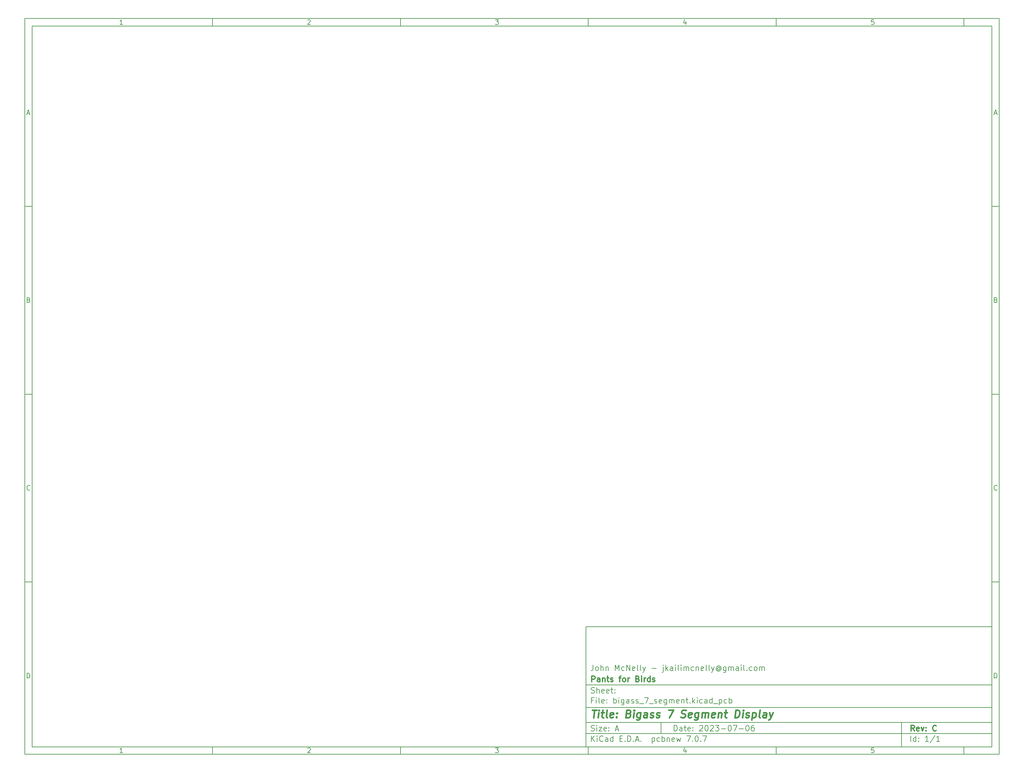
<source format=gbr>
G04 #@! TF.GenerationSoftware,KiCad,Pcbnew,7.0.7*
G04 #@! TF.CreationDate,2023-09-04T15:56:20-07:00*
G04 #@! TF.ProjectId,bigass_7_segment,62696761-7373-45f3-975f-7365676d656e,C*
G04 #@! TF.SameCoordinates,Original*
G04 #@! TF.FileFunction,Paste,Bot*
G04 #@! TF.FilePolarity,Positive*
%FSLAX46Y46*%
G04 Gerber Fmt 4.6, Leading zero omitted, Abs format (unit mm)*
G04 Created by KiCad (PCBNEW 7.0.7) date 2023-09-04 15:56:20*
%MOMM*%
%LPD*%
G01*
G04 APERTURE LIST*
%ADD10C,0.100000*%
%ADD11C,0.150000*%
%ADD12C,0.300000*%
%ADD13C,0.400000*%
G04 APERTURE END LIST*
D10*
D11*
X159400000Y-171900000D02*
X267400000Y-171900000D01*
X267400000Y-203900000D01*
X159400000Y-203900000D01*
X159400000Y-171900000D01*
D10*
D11*
X10000000Y-10000000D02*
X269400000Y-10000000D01*
X269400000Y-205900000D01*
X10000000Y-205900000D01*
X10000000Y-10000000D01*
D10*
D11*
X12000000Y-12000000D02*
X267400000Y-12000000D01*
X267400000Y-203900000D01*
X12000000Y-203900000D01*
X12000000Y-12000000D01*
D10*
D11*
X60000000Y-12000000D02*
X60000000Y-10000000D01*
D10*
D11*
X110000000Y-12000000D02*
X110000000Y-10000000D01*
D10*
D11*
X160000000Y-12000000D02*
X160000000Y-10000000D01*
D10*
D11*
X210000000Y-12000000D02*
X210000000Y-10000000D01*
D10*
D11*
X260000000Y-12000000D02*
X260000000Y-10000000D01*
D10*
D11*
X36089160Y-11593604D02*
X35346303Y-11593604D01*
X35717731Y-11593604D02*
X35717731Y-10293604D01*
X35717731Y-10293604D02*
X35593922Y-10479319D01*
X35593922Y-10479319D02*
X35470112Y-10603128D01*
X35470112Y-10603128D02*
X35346303Y-10665033D01*
D10*
D11*
X85346303Y-10417414D02*
X85408207Y-10355509D01*
X85408207Y-10355509D02*
X85532017Y-10293604D01*
X85532017Y-10293604D02*
X85841541Y-10293604D01*
X85841541Y-10293604D02*
X85965350Y-10355509D01*
X85965350Y-10355509D02*
X86027255Y-10417414D01*
X86027255Y-10417414D02*
X86089160Y-10541223D01*
X86089160Y-10541223D02*
X86089160Y-10665033D01*
X86089160Y-10665033D02*
X86027255Y-10850747D01*
X86027255Y-10850747D02*
X85284398Y-11593604D01*
X85284398Y-11593604D02*
X86089160Y-11593604D01*
D10*
D11*
X135284398Y-10293604D02*
X136089160Y-10293604D01*
X136089160Y-10293604D02*
X135655826Y-10788842D01*
X135655826Y-10788842D02*
X135841541Y-10788842D01*
X135841541Y-10788842D02*
X135965350Y-10850747D01*
X135965350Y-10850747D02*
X136027255Y-10912652D01*
X136027255Y-10912652D02*
X136089160Y-11036461D01*
X136089160Y-11036461D02*
X136089160Y-11345985D01*
X136089160Y-11345985D02*
X136027255Y-11469795D01*
X136027255Y-11469795D02*
X135965350Y-11531700D01*
X135965350Y-11531700D02*
X135841541Y-11593604D01*
X135841541Y-11593604D02*
X135470112Y-11593604D01*
X135470112Y-11593604D02*
X135346303Y-11531700D01*
X135346303Y-11531700D02*
X135284398Y-11469795D01*
D10*
D11*
X185965350Y-10726938D02*
X185965350Y-11593604D01*
X185655826Y-10231700D02*
X185346303Y-11160271D01*
X185346303Y-11160271D02*
X186151064Y-11160271D01*
D10*
D11*
X236027255Y-10293604D02*
X235408207Y-10293604D01*
X235408207Y-10293604D02*
X235346303Y-10912652D01*
X235346303Y-10912652D02*
X235408207Y-10850747D01*
X235408207Y-10850747D02*
X235532017Y-10788842D01*
X235532017Y-10788842D02*
X235841541Y-10788842D01*
X235841541Y-10788842D02*
X235965350Y-10850747D01*
X235965350Y-10850747D02*
X236027255Y-10912652D01*
X236027255Y-10912652D02*
X236089160Y-11036461D01*
X236089160Y-11036461D02*
X236089160Y-11345985D01*
X236089160Y-11345985D02*
X236027255Y-11469795D01*
X236027255Y-11469795D02*
X235965350Y-11531700D01*
X235965350Y-11531700D02*
X235841541Y-11593604D01*
X235841541Y-11593604D02*
X235532017Y-11593604D01*
X235532017Y-11593604D02*
X235408207Y-11531700D01*
X235408207Y-11531700D02*
X235346303Y-11469795D01*
D10*
D11*
X60000000Y-203900000D02*
X60000000Y-205900000D01*
D10*
D11*
X110000000Y-203900000D02*
X110000000Y-205900000D01*
D10*
D11*
X160000000Y-203900000D02*
X160000000Y-205900000D01*
D10*
D11*
X210000000Y-203900000D02*
X210000000Y-205900000D01*
D10*
D11*
X260000000Y-203900000D02*
X260000000Y-205900000D01*
D10*
D11*
X36089160Y-205493604D02*
X35346303Y-205493604D01*
X35717731Y-205493604D02*
X35717731Y-204193604D01*
X35717731Y-204193604D02*
X35593922Y-204379319D01*
X35593922Y-204379319D02*
X35470112Y-204503128D01*
X35470112Y-204503128D02*
X35346303Y-204565033D01*
D10*
D11*
X85346303Y-204317414D02*
X85408207Y-204255509D01*
X85408207Y-204255509D02*
X85532017Y-204193604D01*
X85532017Y-204193604D02*
X85841541Y-204193604D01*
X85841541Y-204193604D02*
X85965350Y-204255509D01*
X85965350Y-204255509D02*
X86027255Y-204317414D01*
X86027255Y-204317414D02*
X86089160Y-204441223D01*
X86089160Y-204441223D02*
X86089160Y-204565033D01*
X86089160Y-204565033D02*
X86027255Y-204750747D01*
X86027255Y-204750747D02*
X85284398Y-205493604D01*
X85284398Y-205493604D02*
X86089160Y-205493604D01*
D10*
D11*
X135284398Y-204193604D02*
X136089160Y-204193604D01*
X136089160Y-204193604D02*
X135655826Y-204688842D01*
X135655826Y-204688842D02*
X135841541Y-204688842D01*
X135841541Y-204688842D02*
X135965350Y-204750747D01*
X135965350Y-204750747D02*
X136027255Y-204812652D01*
X136027255Y-204812652D02*
X136089160Y-204936461D01*
X136089160Y-204936461D02*
X136089160Y-205245985D01*
X136089160Y-205245985D02*
X136027255Y-205369795D01*
X136027255Y-205369795D02*
X135965350Y-205431700D01*
X135965350Y-205431700D02*
X135841541Y-205493604D01*
X135841541Y-205493604D02*
X135470112Y-205493604D01*
X135470112Y-205493604D02*
X135346303Y-205431700D01*
X135346303Y-205431700D02*
X135284398Y-205369795D01*
D10*
D11*
X185965350Y-204626938D02*
X185965350Y-205493604D01*
X185655826Y-204131700D02*
X185346303Y-205060271D01*
X185346303Y-205060271D02*
X186151064Y-205060271D01*
D10*
D11*
X236027255Y-204193604D02*
X235408207Y-204193604D01*
X235408207Y-204193604D02*
X235346303Y-204812652D01*
X235346303Y-204812652D02*
X235408207Y-204750747D01*
X235408207Y-204750747D02*
X235532017Y-204688842D01*
X235532017Y-204688842D02*
X235841541Y-204688842D01*
X235841541Y-204688842D02*
X235965350Y-204750747D01*
X235965350Y-204750747D02*
X236027255Y-204812652D01*
X236027255Y-204812652D02*
X236089160Y-204936461D01*
X236089160Y-204936461D02*
X236089160Y-205245985D01*
X236089160Y-205245985D02*
X236027255Y-205369795D01*
X236027255Y-205369795D02*
X235965350Y-205431700D01*
X235965350Y-205431700D02*
X235841541Y-205493604D01*
X235841541Y-205493604D02*
X235532017Y-205493604D01*
X235532017Y-205493604D02*
X235408207Y-205431700D01*
X235408207Y-205431700D02*
X235346303Y-205369795D01*
D10*
D11*
X10000000Y-60000000D02*
X12000000Y-60000000D01*
D10*
D11*
X10000000Y-110000000D02*
X12000000Y-110000000D01*
D10*
D11*
X10000000Y-160000000D02*
X12000000Y-160000000D01*
D10*
D11*
X10690476Y-35222176D02*
X11309523Y-35222176D01*
X10566666Y-35593604D02*
X10999999Y-34293604D01*
X10999999Y-34293604D02*
X11433333Y-35593604D01*
D10*
D11*
X11092857Y-84912652D02*
X11278571Y-84974557D01*
X11278571Y-84974557D02*
X11340476Y-85036461D01*
X11340476Y-85036461D02*
X11402380Y-85160271D01*
X11402380Y-85160271D02*
X11402380Y-85345985D01*
X11402380Y-85345985D02*
X11340476Y-85469795D01*
X11340476Y-85469795D02*
X11278571Y-85531700D01*
X11278571Y-85531700D02*
X11154761Y-85593604D01*
X11154761Y-85593604D02*
X10659523Y-85593604D01*
X10659523Y-85593604D02*
X10659523Y-84293604D01*
X10659523Y-84293604D02*
X11092857Y-84293604D01*
X11092857Y-84293604D02*
X11216666Y-84355509D01*
X11216666Y-84355509D02*
X11278571Y-84417414D01*
X11278571Y-84417414D02*
X11340476Y-84541223D01*
X11340476Y-84541223D02*
X11340476Y-84665033D01*
X11340476Y-84665033D02*
X11278571Y-84788842D01*
X11278571Y-84788842D02*
X11216666Y-84850747D01*
X11216666Y-84850747D02*
X11092857Y-84912652D01*
X11092857Y-84912652D02*
X10659523Y-84912652D01*
D10*
D11*
X11402380Y-135469795D02*
X11340476Y-135531700D01*
X11340476Y-135531700D02*
X11154761Y-135593604D01*
X11154761Y-135593604D02*
X11030952Y-135593604D01*
X11030952Y-135593604D02*
X10845238Y-135531700D01*
X10845238Y-135531700D02*
X10721428Y-135407890D01*
X10721428Y-135407890D02*
X10659523Y-135284080D01*
X10659523Y-135284080D02*
X10597619Y-135036461D01*
X10597619Y-135036461D02*
X10597619Y-134850747D01*
X10597619Y-134850747D02*
X10659523Y-134603128D01*
X10659523Y-134603128D02*
X10721428Y-134479319D01*
X10721428Y-134479319D02*
X10845238Y-134355509D01*
X10845238Y-134355509D02*
X11030952Y-134293604D01*
X11030952Y-134293604D02*
X11154761Y-134293604D01*
X11154761Y-134293604D02*
X11340476Y-134355509D01*
X11340476Y-134355509D02*
X11402380Y-134417414D01*
D10*
D11*
X10659523Y-185593604D02*
X10659523Y-184293604D01*
X10659523Y-184293604D02*
X10969047Y-184293604D01*
X10969047Y-184293604D02*
X11154761Y-184355509D01*
X11154761Y-184355509D02*
X11278571Y-184479319D01*
X11278571Y-184479319D02*
X11340476Y-184603128D01*
X11340476Y-184603128D02*
X11402380Y-184850747D01*
X11402380Y-184850747D02*
X11402380Y-185036461D01*
X11402380Y-185036461D02*
X11340476Y-185284080D01*
X11340476Y-185284080D02*
X11278571Y-185407890D01*
X11278571Y-185407890D02*
X11154761Y-185531700D01*
X11154761Y-185531700D02*
X10969047Y-185593604D01*
X10969047Y-185593604D02*
X10659523Y-185593604D01*
D10*
D11*
X269400000Y-60000000D02*
X267400000Y-60000000D01*
D10*
D11*
X269400000Y-110000000D02*
X267400000Y-110000000D01*
D10*
D11*
X269400000Y-160000000D02*
X267400000Y-160000000D01*
D10*
D11*
X268090476Y-35222176D02*
X268709523Y-35222176D01*
X267966666Y-35593604D02*
X268399999Y-34293604D01*
X268399999Y-34293604D02*
X268833333Y-35593604D01*
D10*
D11*
X268492857Y-84912652D02*
X268678571Y-84974557D01*
X268678571Y-84974557D02*
X268740476Y-85036461D01*
X268740476Y-85036461D02*
X268802380Y-85160271D01*
X268802380Y-85160271D02*
X268802380Y-85345985D01*
X268802380Y-85345985D02*
X268740476Y-85469795D01*
X268740476Y-85469795D02*
X268678571Y-85531700D01*
X268678571Y-85531700D02*
X268554761Y-85593604D01*
X268554761Y-85593604D02*
X268059523Y-85593604D01*
X268059523Y-85593604D02*
X268059523Y-84293604D01*
X268059523Y-84293604D02*
X268492857Y-84293604D01*
X268492857Y-84293604D02*
X268616666Y-84355509D01*
X268616666Y-84355509D02*
X268678571Y-84417414D01*
X268678571Y-84417414D02*
X268740476Y-84541223D01*
X268740476Y-84541223D02*
X268740476Y-84665033D01*
X268740476Y-84665033D02*
X268678571Y-84788842D01*
X268678571Y-84788842D02*
X268616666Y-84850747D01*
X268616666Y-84850747D02*
X268492857Y-84912652D01*
X268492857Y-84912652D02*
X268059523Y-84912652D01*
D10*
D11*
X268802380Y-135469795D02*
X268740476Y-135531700D01*
X268740476Y-135531700D02*
X268554761Y-135593604D01*
X268554761Y-135593604D02*
X268430952Y-135593604D01*
X268430952Y-135593604D02*
X268245238Y-135531700D01*
X268245238Y-135531700D02*
X268121428Y-135407890D01*
X268121428Y-135407890D02*
X268059523Y-135284080D01*
X268059523Y-135284080D02*
X267997619Y-135036461D01*
X267997619Y-135036461D02*
X267997619Y-134850747D01*
X267997619Y-134850747D02*
X268059523Y-134603128D01*
X268059523Y-134603128D02*
X268121428Y-134479319D01*
X268121428Y-134479319D02*
X268245238Y-134355509D01*
X268245238Y-134355509D02*
X268430952Y-134293604D01*
X268430952Y-134293604D02*
X268554761Y-134293604D01*
X268554761Y-134293604D02*
X268740476Y-134355509D01*
X268740476Y-134355509D02*
X268802380Y-134417414D01*
D10*
D11*
X268059523Y-185593604D02*
X268059523Y-184293604D01*
X268059523Y-184293604D02*
X268369047Y-184293604D01*
X268369047Y-184293604D02*
X268554761Y-184355509D01*
X268554761Y-184355509D02*
X268678571Y-184479319D01*
X268678571Y-184479319D02*
X268740476Y-184603128D01*
X268740476Y-184603128D02*
X268802380Y-184850747D01*
X268802380Y-184850747D02*
X268802380Y-185036461D01*
X268802380Y-185036461D02*
X268740476Y-185284080D01*
X268740476Y-185284080D02*
X268678571Y-185407890D01*
X268678571Y-185407890D02*
X268554761Y-185531700D01*
X268554761Y-185531700D02*
X268369047Y-185593604D01*
X268369047Y-185593604D02*
X268059523Y-185593604D01*
D10*
D11*
X182855826Y-199686128D02*
X182855826Y-198186128D01*
X182855826Y-198186128D02*
X183212969Y-198186128D01*
X183212969Y-198186128D02*
X183427255Y-198257557D01*
X183427255Y-198257557D02*
X183570112Y-198400414D01*
X183570112Y-198400414D02*
X183641541Y-198543271D01*
X183641541Y-198543271D02*
X183712969Y-198828985D01*
X183712969Y-198828985D02*
X183712969Y-199043271D01*
X183712969Y-199043271D02*
X183641541Y-199328985D01*
X183641541Y-199328985D02*
X183570112Y-199471842D01*
X183570112Y-199471842D02*
X183427255Y-199614700D01*
X183427255Y-199614700D02*
X183212969Y-199686128D01*
X183212969Y-199686128D02*
X182855826Y-199686128D01*
X184998684Y-199686128D02*
X184998684Y-198900414D01*
X184998684Y-198900414D02*
X184927255Y-198757557D01*
X184927255Y-198757557D02*
X184784398Y-198686128D01*
X184784398Y-198686128D02*
X184498684Y-198686128D01*
X184498684Y-198686128D02*
X184355826Y-198757557D01*
X184998684Y-199614700D02*
X184855826Y-199686128D01*
X184855826Y-199686128D02*
X184498684Y-199686128D01*
X184498684Y-199686128D02*
X184355826Y-199614700D01*
X184355826Y-199614700D02*
X184284398Y-199471842D01*
X184284398Y-199471842D02*
X184284398Y-199328985D01*
X184284398Y-199328985D02*
X184355826Y-199186128D01*
X184355826Y-199186128D02*
X184498684Y-199114700D01*
X184498684Y-199114700D02*
X184855826Y-199114700D01*
X184855826Y-199114700D02*
X184998684Y-199043271D01*
X185498684Y-198686128D02*
X186070112Y-198686128D01*
X185712969Y-198186128D02*
X185712969Y-199471842D01*
X185712969Y-199471842D02*
X185784398Y-199614700D01*
X185784398Y-199614700D02*
X185927255Y-199686128D01*
X185927255Y-199686128D02*
X186070112Y-199686128D01*
X187141541Y-199614700D02*
X186998684Y-199686128D01*
X186998684Y-199686128D02*
X186712970Y-199686128D01*
X186712970Y-199686128D02*
X186570112Y-199614700D01*
X186570112Y-199614700D02*
X186498684Y-199471842D01*
X186498684Y-199471842D02*
X186498684Y-198900414D01*
X186498684Y-198900414D02*
X186570112Y-198757557D01*
X186570112Y-198757557D02*
X186712970Y-198686128D01*
X186712970Y-198686128D02*
X186998684Y-198686128D01*
X186998684Y-198686128D02*
X187141541Y-198757557D01*
X187141541Y-198757557D02*
X187212970Y-198900414D01*
X187212970Y-198900414D02*
X187212970Y-199043271D01*
X187212970Y-199043271D02*
X186498684Y-199186128D01*
X187855826Y-199543271D02*
X187927255Y-199614700D01*
X187927255Y-199614700D02*
X187855826Y-199686128D01*
X187855826Y-199686128D02*
X187784398Y-199614700D01*
X187784398Y-199614700D02*
X187855826Y-199543271D01*
X187855826Y-199543271D02*
X187855826Y-199686128D01*
X187855826Y-198757557D02*
X187927255Y-198828985D01*
X187927255Y-198828985D02*
X187855826Y-198900414D01*
X187855826Y-198900414D02*
X187784398Y-198828985D01*
X187784398Y-198828985D02*
X187855826Y-198757557D01*
X187855826Y-198757557D02*
X187855826Y-198900414D01*
X189641541Y-198328985D02*
X189712969Y-198257557D01*
X189712969Y-198257557D02*
X189855827Y-198186128D01*
X189855827Y-198186128D02*
X190212969Y-198186128D01*
X190212969Y-198186128D02*
X190355827Y-198257557D01*
X190355827Y-198257557D02*
X190427255Y-198328985D01*
X190427255Y-198328985D02*
X190498684Y-198471842D01*
X190498684Y-198471842D02*
X190498684Y-198614700D01*
X190498684Y-198614700D02*
X190427255Y-198828985D01*
X190427255Y-198828985D02*
X189570112Y-199686128D01*
X189570112Y-199686128D02*
X190498684Y-199686128D01*
X191427255Y-198186128D02*
X191570112Y-198186128D01*
X191570112Y-198186128D02*
X191712969Y-198257557D01*
X191712969Y-198257557D02*
X191784398Y-198328985D01*
X191784398Y-198328985D02*
X191855826Y-198471842D01*
X191855826Y-198471842D02*
X191927255Y-198757557D01*
X191927255Y-198757557D02*
X191927255Y-199114700D01*
X191927255Y-199114700D02*
X191855826Y-199400414D01*
X191855826Y-199400414D02*
X191784398Y-199543271D01*
X191784398Y-199543271D02*
X191712969Y-199614700D01*
X191712969Y-199614700D02*
X191570112Y-199686128D01*
X191570112Y-199686128D02*
X191427255Y-199686128D01*
X191427255Y-199686128D02*
X191284398Y-199614700D01*
X191284398Y-199614700D02*
X191212969Y-199543271D01*
X191212969Y-199543271D02*
X191141540Y-199400414D01*
X191141540Y-199400414D02*
X191070112Y-199114700D01*
X191070112Y-199114700D02*
X191070112Y-198757557D01*
X191070112Y-198757557D02*
X191141540Y-198471842D01*
X191141540Y-198471842D02*
X191212969Y-198328985D01*
X191212969Y-198328985D02*
X191284398Y-198257557D01*
X191284398Y-198257557D02*
X191427255Y-198186128D01*
X192498683Y-198328985D02*
X192570111Y-198257557D01*
X192570111Y-198257557D02*
X192712969Y-198186128D01*
X192712969Y-198186128D02*
X193070111Y-198186128D01*
X193070111Y-198186128D02*
X193212969Y-198257557D01*
X193212969Y-198257557D02*
X193284397Y-198328985D01*
X193284397Y-198328985D02*
X193355826Y-198471842D01*
X193355826Y-198471842D02*
X193355826Y-198614700D01*
X193355826Y-198614700D02*
X193284397Y-198828985D01*
X193284397Y-198828985D02*
X192427254Y-199686128D01*
X192427254Y-199686128D02*
X193355826Y-199686128D01*
X193855825Y-198186128D02*
X194784397Y-198186128D01*
X194784397Y-198186128D02*
X194284397Y-198757557D01*
X194284397Y-198757557D02*
X194498682Y-198757557D01*
X194498682Y-198757557D02*
X194641540Y-198828985D01*
X194641540Y-198828985D02*
X194712968Y-198900414D01*
X194712968Y-198900414D02*
X194784397Y-199043271D01*
X194784397Y-199043271D02*
X194784397Y-199400414D01*
X194784397Y-199400414D02*
X194712968Y-199543271D01*
X194712968Y-199543271D02*
X194641540Y-199614700D01*
X194641540Y-199614700D02*
X194498682Y-199686128D01*
X194498682Y-199686128D02*
X194070111Y-199686128D01*
X194070111Y-199686128D02*
X193927254Y-199614700D01*
X193927254Y-199614700D02*
X193855825Y-199543271D01*
X195427253Y-199114700D02*
X196570111Y-199114700D01*
X197570111Y-198186128D02*
X197712968Y-198186128D01*
X197712968Y-198186128D02*
X197855825Y-198257557D01*
X197855825Y-198257557D02*
X197927254Y-198328985D01*
X197927254Y-198328985D02*
X197998682Y-198471842D01*
X197998682Y-198471842D02*
X198070111Y-198757557D01*
X198070111Y-198757557D02*
X198070111Y-199114700D01*
X198070111Y-199114700D02*
X197998682Y-199400414D01*
X197998682Y-199400414D02*
X197927254Y-199543271D01*
X197927254Y-199543271D02*
X197855825Y-199614700D01*
X197855825Y-199614700D02*
X197712968Y-199686128D01*
X197712968Y-199686128D02*
X197570111Y-199686128D01*
X197570111Y-199686128D02*
X197427254Y-199614700D01*
X197427254Y-199614700D02*
X197355825Y-199543271D01*
X197355825Y-199543271D02*
X197284396Y-199400414D01*
X197284396Y-199400414D02*
X197212968Y-199114700D01*
X197212968Y-199114700D02*
X197212968Y-198757557D01*
X197212968Y-198757557D02*
X197284396Y-198471842D01*
X197284396Y-198471842D02*
X197355825Y-198328985D01*
X197355825Y-198328985D02*
X197427254Y-198257557D01*
X197427254Y-198257557D02*
X197570111Y-198186128D01*
X198570110Y-198186128D02*
X199570110Y-198186128D01*
X199570110Y-198186128D02*
X198927253Y-199686128D01*
X200141538Y-199114700D02*
X201284396Y-199114700D01*
X202284396Y-198186128D02*
X202427253Y-198186128D01*
X202427253Y-198186128D02*
X202570110Y-198257557D01*
X202570110Y-198257557D02*
X202641539Y-198328985D01*
X202641539Y-198328985D02*
X202712967Y-198471842D01*
X202712967Y-198471842D02*
X202784396Y-198757557D01*
X202784396Y-198757557D02*
X202784396Y-199114700D01*
X202784396Y-199114700D02*
X202712967Y-199400414D01*
X202712967Y-199400414D02*
X202641539Y-199543271D01*
X202641539Y-199543271D02*
X202570110Y-199614700D01*
X202570110Y-199614700D02*
X202427253Y-199686128D01*
X202427253Y-199686128D02*
X202284396Y-199686128D01*
X202284396Y-199686128D02*
X202141539Y-199614700D01*
X202141539Y-199614700D02*
X202070110Y-199543271D01*
X202070110Y-199543271D02*
X201998681Y-199400414D01*
X201998681Y-199400414D02*
X201927253Y-199114700D01*
X201927253Y-199114700D02*
X201927253Y-198757557D01*
X201927253Y-198757557D02*
X201998681Y-198471842D01*
X201998681Y-198471842D02*
X202070110Y-198328985D01*
X202070110Y-198328985D02*
X202141539Y-198257557D01*
X202141539Y-198257557D02*
X202284396Y-198186128D01*
X204070110Y-198186128D02*
X203784395Y-198186128D01*
X203784395Y-198186128D02*
X203641538Y-198257557D01*
X203641538Y-198257557D02*
X203570110Y-198328985D01*
X203570110Y-198328985D02*
X203427252Y-198543271D01*
X203427252Y-198543271D02*
X203355824Y-198828985D01*
X203355824Y-198828985D02*
X203355824Y-199400414D01*
X203355824Y-199400414D02*
X203427252Y-199543271D01*
X203427252Y-199543271D02*
X203498681Y-199614700D01*
X203498681Y-199614700D02*
X203641538Y-199686128D01*
X203641538Y-199686128D02*
X203927252Y-199686128D01*
X203927252Y-199686128D02*
X204070110Y-199614700D01*
X204070110Y-199614700D02*
X204141538Y-199543271D01*
X204141538Y-199543271D02*
X204212967Y-199400414D01*
X204212967Y-199400414D02*
X204212967Y-199043271D01*
X204212967Y-199043271D02*
X204141538Y-198900414D01*
X204141538Y-198900414D02*
X204070110Y-198828985D01*
X204070110Y-198828985D02*
X203927252Y-198757557D01*
X203927252Y-198757557D02*
X203641538Y-198757557D01*
X203641538Y-198757557D02*
X203498681Y-198828985D01*
X203498681Y-198828985D02*
X203427252Y-198900414D01*
X203427252Y-198900414D02*
X203355824Y-199043271D01*
D10*
D11*
X159400000Y-200400000D02*
X267400000Y-200400000D01*
D10*
D11*
X160855826Y-202486128D02*
X160855826Y-200986128D01*
X161712969Y-202486128D02*
X161070112Y-201628985D01*
X161712969Y-200986128D02*
X160855826Y-201843271D01*
X162355826Y-202486128D02*
X162355826Y-201486128D01*
X162355826Y-200986128D02*
X162284398Y-201057557D01*
X162284398Y-201057557D02*
X162355826Y-201128985D01*
X162355826Y-201128985D02*
X162427255Y-201057557D01*
X162427255Y-201057557D02*
X162355826Y-200986128D01*
X162355826Y-200986128D02*
X162355826Y-201128985D01*
X163927255Y-202343271D02*
X163855827Y-202414700D01*
X163855827Y-202414700D02*
X163641541Y-202486128D01*
X163641541Y-202486128D02*
X163498684Y-202486128D01*
X163498684Y-202486128D02*
X163284398Y-202414700D01*
X163284398Y-202414700D02*
X163141541Y-202271842D01*
X163141541Y-202271842D02*
X163070112Y-202128985D01*
X163070112Y-202128985D02*
X162998684Y-201843271D01*
X162998684Y-201843271D02*
X162998684Y-201628985D01*
X162998684Y-201628985D02*
X163070112Y-201343271D01*
X163070112Y-201343271D02*
X163141541Y-201200414D01*
X163141541Y-201200414D02*
X163284398Y-201057557D01*
X163284398Y-201057557D02*
X163498684Y-200986128D01*
X163498684Y-200986128D02*
X163641541Y-200986128D01*
X163641541Y-200986128D02*
X163855827Y-201057557D01*
X163855827Y-201057557D02*
X163927255Y-201128985D01*
X165212970Y-202486128D02*
X165212970Y-201700414D01*
X165212970Y-201700414D02*
X165141541Y-201557557D01*
X165141541Y-201557557D02*
X164998684Y-201486128D01*
X164998684Y-201486128D02*
X164712970Y-201486128D01*
X164712970Y-201486128D02*
X164570112Y-201557557D01*
X165212970Y-202414700D02*
X165070112Y-202486128D01*
X165070112Y-202486128D02*
X164712970Y-202486128D01*
X164712970Y-202486128D02*
X164570112Y-202414700D01*
X164570112Y-202414700D02*
X164498684Y-202271842D01*
X164498684Y-202271842D02*
X164498684Y-202128985D01*
X164498684Y-202128985D02*
X164570112Y-201986128D01*
X164570112Y-201986128D02*
X164712970Y-201914700D01*
X164712970Y-201914700D02*
X165070112Y-201914700D01*
X165070112Y-201914700D02*
X165212970Y-201843271D01*
X166570113Y-202486128D02*
X166570113Y-200986128D01*
X166570113Y-202414700D02*
X166427255Y-202486128D01*
X166427255Y-202486128D02*
X166141541Y-202486128D01*
X166141541Y-202486128D02*
X165998684Y-202414700D01*
X165998684Y-202414700D02*
X165927255Y-202343271D01*
X165927255Y-202343271D02*
X165855827Y-202200414D01*
X165855827Y-202200414D02*
X165855827Y-201771842D01*
X165855827Y-201771842D02*
X165927255Y-201628985D01*
X165927255Y-201628985D02*
X165998684Y-201557557D01*
X165998684Y-201557557D02*
X166141541Y-201486128D01*
X166141541Y-201486128D02*
X166427255Y-201486128D01*
X166427255Y-201486128D02*
X166570113Y-201557557D01*
X168427255Y-201700414D02*
X168927255Y-201700414D01*
X169141541Y-202486128D02*
X168427255Y-202486128D01*
X168427255Y-202486128D02*
X168427255Y-200986128D01*
X168427255Y-200986128D02*
X169141541Y-200986128D01*
X169784398Y-202343271D02*
X169855827Y-202414700D01*
X169855827Y-202414700D02*
X169784398Y-202486128D01*
X169784398Y-202486128D02*
X169712970Y-202414700D01*
X169712970Y-202414700D02*
X169784398Y-202343271D01*
X169784398Y-202343271D02*
X169784398Y-202486128D01*
X170498684Y-202486128D02*
X170498684Y-200986128D01*
X170498684Y-200986128D02*
X170855827Y-200986128D01*
X170855827Y-200986128D02*
X171070113Y-201057557D01*
X171070113Y-201057557D02*
X171212970Y-201200414D01*
X171212970Y-201200414D02*
X171284399Y-201343271D01*
X171284399Y-201343271D02*
X171355827Y-201628985D01*
X171355827Y-201628985D02*
X171355827Y-201843271D01*
X171355827Y-201843271D02*
X171284399Y-202128985D01*
X171284399Y-202128985D02*
X171212970Y-202271842D01*
X171212970Y-202271842D02*
X171070113Y-202414700D01*
X171070113Y-202414700D02*
X170855827Y-202486128D01*
X170855827Y-202486128D02*
X170498684Y-202486128D01*
X171998684Y-202343271D02*
X172070113Y-202414700D01*
X172070113Y-202414700D02*
X171998684Y-202486128D01*
X171998684Y-202486128D02*
X171927256Y-202414700D01*
X171927256Y-202414700D02*
X171998684Y-202343271D01*
X171998684Y-202343271D02*
X171998684Y-202486128D01*
X172641542Y-202057557D02*
X173355828Y-202057557D01*
X172498685Y-202486128D02*
X172998685Y-200986128D01*
X172998685Y-200986128D02*
X173498685Y-202486128D01*
X173998684Y-202343271D02*
X174070113Y-202414700D01*
X174070113Y-202414700D02*
X173998684Y-202486128D01*
X173998684Y-202486128D02*
X173927256Y-202414700D01*
X173927256Y-202414700D02*
X173998684Y-202343271D01*
X173998684Y-202343271D02*
X173998684Y-202486128D01*
X176998684Y-201486128D02*
X176998684Y-202986128D01*
X176998684Y-201557557D02*
X177141542Y-201486128D01*
X177141542Y-201486128D02*
X177427256Y-201486128D01*
X177427256Y-201486128D02*
X177570113Y-201557557D01*
X177570113Y-201557557D02*
X177641542Y-201628985D01*
X177641542Y-201628985D02*
X177712970Y-201771842D01*
X177712970Y-201771842D02*
X177712970Y-202200414D01*
X177712970Y-202200414D02*
X177641542Y-202343271D01*
X177641542Y-202343271D02*
X177570113Y-202414700D01*
X177570113Y-202414700D02*
X177427256Y-202486128D01*
X177427256Y-202486128D02*
X177141542Y-202486128D01*
X177141542Y-202486128D02*
X176998684Y-202414700D01*
X178998685Y-202414700D02*
X178855827Y-202486128D01*
X178855827Y-202486128D02*
X178570113Y-202486128D01*
X178570113Y-202486128D02*
X178427256Y-202414700D01*
X178427256Y-202414700D02*
X178355827Y-202343271D01*
X178355827Y-202343271D02*
X178284399Y-202200414D01*
X178284399Y-202200414D02*
X178284399Y-201771842D01*
X178284399Y-201771842D02*
X178355827Y-201628985D01*
X178355827Y-201628985D02*
X178427256Y-201557557D01*
X178427256Y-201557557D02*
X178570113Y-201486128D01*
X178570113Y-201486128D02*
X178855827Y-201486128D01*
X178855827Y-201486128D02*
X178998685Y-201557557D01*
X179641541Y-202486128D02*
X179641541Y-200986128D01*
X179641541Y-201557557D02*
X179784399Y-201486128D01*
X179784399Y-201486128D02*
X180070113Y-201486128D01*
X180070113Y-201486128D02*
X180212970Y-201557557D01*
X180212970Y-201557557D02*
X180284399Y-201628985D01*
X180284399Y-201628985D02*
X180355827Y-201771842D01*
X180355827Y-201771842D02*
X180355827Y-202200414D01*
X180355827Y-202200414D02*
X180284399Y-202343271D01*
X180284399Y-202343271D02*
X180212970Y-202414700D01*
X180212970Y-202414700D02*
X180070113Y-202486128D01*
X180070113Y-202486128D02*
X179784399Y-202486128D01*
X179784399Y-202486128D02*
X179641541Y-202414700D01*
X180998684Y-201486128D02*
X180998684Y-202486128D01*
X180998684Y-201628985D02*
X181070113Y-201557557D01*
X181070113Y-201557557D02*
X181212970Y-201486128D01*
X181212970Y-201486128D02*
X181427256Y-201486128D01*
X181427256Y-201486128D02*
X181570113Y-201557557D01*
X181570113Y-201557557D02*
X181641542Y-201700414D01*
X181641542Y-201700414D02*
X181641542Y-202486128D01*
X182927256Y-202414700D02*
X182784399Y-202486128D01*
X182784399Y-202486128D02*
X182498685Y-202486128D01*
X182498685Y-202486128D02*
X182355827Y-202414700D01*
X182355827Y-202414700D02*
X182284399Y-202271842D01*
X182284399Y-202271842D02*
X182284399Y-201700414D01*
X182284399Y-201700414D02*
X182355827Y-201557557D01*
X182355827Y-201557557D02*
X182498685Y-201486128D01*
X182498685Y-201486128D02*
X182784399Y-201486128D01*
X182784399Y-201486128D02*
X182927256Y-201557557D01*
X182927256Y-201557557D02*
X182998685Y-201700414D01*
X182998685Y-201700414D02*
X182998685Y-201843271D01*
X182998685Y-201843271D02*
X182284399Y-201986128D01*
X183498684Y-201486128D02*
X183784399Y-202486128D01*
X183784399Y-202486128D02*
X184070113Y-201771842D01*
X184070113Y-201771842D02*
X184355827Y-202486128D01*
X184355827Y-202486128D02*
X184641541Y-201486128D01*
X186212970Y-200986128D02*
X187212970Y-200986128D01*
X187212970Y-200986128D02*
X186570113Y-202486128D01*
X187784398Y-202343271D02*
X187855827Y-202414700D01*
X187855827Y-202414700D02*
X187784398Y-202486128D01*
X187784398Y-202486128D02*
X187712970Y-202414700D01*
X187712970Y-202414700D02*
X187784398Y-202343271D01*
X187784398Y-202343271D02*
X187784398Y-202486128D01*
X188784399Y-200986128D02*
X188927256Y-200986128D01*
X188927256Y-200986128D02*
X189070113Y-201057557D01*
X189070113Y-201057557D02*
X189141542Y-201128985D01*
X189141542Y-201128985D02*
X189212970Y-201271842D01*
X189212970Y-201271842D02*
X189284399Y-201557557D01*
X189284399Y-201557557D02*
X189284399Y-201914700D01*
X189284399Y-201914700D02*
X189212970Y-202200414D01*
X189212970Y-202200414D02*
X189141542Y-202343271D01*
X189141542Y-202343271D02*
X189070113Y-202414700D01*
X189070113Y-202414700D02*
X188927256Y-202486128D01*
X188927256Y-202486128D02*
X188784399Y-202486128D01*
X188784399Y-202486128D02*
X188641542Y-202414700D01*
X188641542Y-202414700D02*
X188570113Y-202343271D01*
X188570113Y-202343271D02*
X188498684Y-202200414D01*
X188498684Y-202200414D02*
X188427256Y-201914700D01*
X188427256Y-201914700D02*
X188427256Y-201557557D01*
X188427256Y-201557557D02*
X188498684Y-201271842D01*
X188498684Y-201271842D02*
X188570113Y-201128985D01*
X188570113Y-201128985D02*
X188641542Y-201057557D01*
X188641542Y-201057557D02*
X188784399Y-200986128D01*
X189927255Y-202343271D02*
X189998684Y-202414700D01*
X189998684Y-202414700D02*
X189927255Y-202486128D01*
X189927255Y-202486128D02*
X189855827Y-202414700D01*
X189855827Y-202414700D02*
X189927255Y-202343271D01*
X189927255Y-202343271D02*
X189927255Y-202486128D01*
X190498684Y-200986128D02*
X191498684Y-200986128D01*
X191498684Y-200986128D02*
X190855827Y-202486128D01*
D10*
D11*
X159400000Y-197400000D02*
X267400000Y-197400000D01*
D10*
D12*
X246811653Y-199678328D02*
X246311653Y-198964042D01*
X245954510Y-199678328D02*
X245954510Y-198178328D01*
X245954510Y-198178328D02*
X246525939Y-198178328D01*
X246525939Y-198178328D02*
X246668796Y-198249757D01*
X246668796Y-198249757D02*
X246740225Y-198321185D01*
X246740225Y-198321185D02*
X246811653Y-198464042D01*
X246811653Y-198464042D02*
X246811653Y-198678328D01*
X246811653Y-198678328D02*
X246740225Y-198821185D01*
X246740225Y-198821185D02*
X246668796Y-198892614D01*
X246668796Y-198892614D02*
X246525939Y-198964042D01*
X246525939Y-198964042D02*
X245954510Y-198964042D01*
X248025939Y-199606900D02*
X247883082Y-199678328D01*
X247883082Y-199678328D02*
X247597368Y-199678328D01*
X247597368Y-199678328D02*
X247454510Y-199606900D01*
X247454510Y-199606900D02*
X247383082Y-199464042D01*
X247383082Y-199464042D02*
X247383082Y-198892614D01*
X247383082Y-198892614D02*
X247454510Y-198749757D01*
X247454510Y-198749757D02*
X247597368Y-198678328D01*
X247597368Y-198678328D02*
X247883082Y-198678328D01*
X247883082Y-198678328D02*
X248025939Y-198749757D01*
X248025939Y-198749757D02*
X248097368Y-198892614D01*
X248097368Y-198892614D02*
X248097368Y-199035471D01*
X248097368Y-199035471D02*
X247383082Y-199178328D01*
X248597367Y-198678328D02*
X248954510Y-199678328D01*
X248954510Y-199678328D02*
X249311653Y-198678328D01*
X249883081Y-199535471D02*
X249954510Y-199606900D01*
X249954510Y-199606900D02*
X249883081Y-199678328D01*
X249883081Y-199678328D02*
X249811653Y-199606900D01*
X249811653Y-199606900D02*
X249883081Y-199535471D01*
X249883081Y-199535471D02*
X249883081Y-199678328D01*
X249883081Y-198749757D02*
X249954510Y-198821185D01*
X249954510Y-198821185D02*
X249883081Y-198892614D01*
X249883081Y-198892614D02*
X249811653Y-198821185D01*
X249811653Y-198821185D02*
X249883081Y-198749757D01*
X249883081Y-198749757D02*
X249883081Y-198892614D01*
X252597367Y-199535471D02*
X252525939Y-199606900D01*
X252525939Y-199606900D02*
X252311653Y-199678328D01*
X252311653Y-199678328D02*
X252168796Y-199678328D01*
X252168796Y-199678328D02*
X251954510Y-199606900D01*
X251954510Y-199606900D02*
X251811653Y-199464042D01*
X251811653Y-199464042D02*
X251740224Y-199321185D01*
X251740224Y-199321185D02*
X251668796Y-199035471D01*
X251668796Y-199035471D02*
X251668796Y-198821185D01*
X251668796Y-198821185D02*
X251740224Y-198535471D01*
X251740224Y-198535471D02*
X251811653Y-198392614D01*
X251811653Y-198392614D02*
X251954510Y-198249757D01*
X251954510Y-198249757D02*
X252168796Y-198178328D01*
X252168796Y-198178328D02*
X252311653Y-198178328D01*
X252311653Y-198178328D02*
X252525939Y-198249757D01*
X252525939Y-198249757D02*
X252597367Y-198321185D01*
D10*
D11*
X160784398Y-199614700D02*
X160998684Y-199686128D01*
X160998684Y-199686128D02*
X161355826Y-199686128D01*
X161355826Y-199686128D02*
X161498684Y-199614700D01*
X161498684Y-199614700D02*
X161570112Y-199543271D01*
X161570112Y-199543271D02*
X161641541Y-199400414D01*
X161641541Y-199400414D02*
X161641541Y-199257557D01*
X161641541Y-199257557D02*
X161570112Y-199114700D01*
X161570112Y-199114700D02*
X161498684Y-199043271D01*
X161498684Y-199043271D02*
X161355826Y-198971842D01*
X161355826Y-198971842D02*
X161070112Y-198900414D01*
X161070112Y-198900414D02*
X160927255Y-198828985D01*
X160927255Y-198828985D02*
X160855826Y-198757557D01*
X160855826Y-198757557D02*
X160784398Y-198614700D01*
X160784398Y-198614700D02*
X160784398Y-198471842D01*
X160784398Y-198471842D02*
X160855826Y-198328985D01*
X160855826Y-198328985D02*
X160927255Y-198257557D01*
X160927255Y-198257557D02*
X161070112Y-198186128D01*
X161070112Y-198186128D02*
X161427255Y-198186128D01*
X161427255Y-198186128D02*
X161641541Y-198257557D01*
X162284397Y-199686128D02*
X162284397Y-198686128D01*
X162284397Y-198186128D02*
X162212969Y-198257557D01*
X162212969Y-198257557D02*
X162284397Y-198328985D01*
X162284397Y-198328985D02*
X162355826Y-198257557D01*
X162355826Y-198257557D02*
X162284397Y-198186128D01*
X162284397Y-198186128D02*
X162284397Y-198328985D01*
X162855826Y-198686128D02*
X163641541Y-198686128D01*
X163641541Y-198686128D02*
X162855826Y-199686128D01*
X162855826Y-199686128D02*
X163641541Y-199686128D01*
X164784398Y-199614700D02*
X164641541Y-199686128D01*
X164641541Y-199686128D02*
X164355827Y-199686128D01*
X164355827Y-199686128D02*
X164212969Y-199614700D01*
X164212969Y-199614700D02*
X164141541Y-199471842D01*
X164141541Y-199471842D02*
X164141541Y-198900414D01*
X164141541Y-198900414D02*
X164212969Y-198757557D01*
X164212969Y-198757557D02*
X164355827Y-198686128D01*
X164355827Y-198686128D02*
X164641541Y-198686128D01*
X164641541Y-198686128D02*
X164784398Y-198757557D01*
X164784398Y-198757557D02*
X164855827Y-198900414D01*
X164855827Y-198900414D02*
X164855827Y-199043271D01*
X164855827Y-199043271D02*
X164141541Y-199186128D01*
X165498683Y-199543271D02*
X165570112Y-199614700D01*
X165570112Y-199614700D02*
X165498683Y-199686128D01*
X165498683Y-199686128D02*
X165427255Y-199614700D01*
X165427255Y-199614700D02*
X165498683Y-199543271D01*
X165498683Y-199543271D02*
X165498683Y-199686128D01*
X165498683Y-198757557D02*
X165570112Y-198828985D01*
X165570112Y-198828985D02*
X165498683Y-198900414D01*
X165498683Y-198900414D02*
X165427255Y-198828985D01*
X165427255Y-198828985D02*
X165498683Y-198757557D01*
X165498683Y-198757557D02*
X165498683Y-198900414D01*
X167284398Y-199257557D02*
X167998684Y-199257557D01*
X167141541Y-199686128D02*
X167641541Y-198186128D01*
X167641541Y-198186128D02*
X168141541Y-199686128D01*
D10*
D11*
X245855826Y-202486128D02*
X245855826Y-200986128D01*
X247212970Y-202486128D02*
X247212970Y-200986128D01*
X247212970Y-202414700D02*
X247070112Y-202486128D01*
X247070112Y-202486128D02*
X246784398Y-202486128D01*
X246784398Y-202486128D02*
X246641541Y-202414700D01*
X246641541Y-202414700D02*
X246570112Y-202343271D01*
X246570112Y-202343271D02*
X246498684Y-202200414D01*
X246498684Y-202200414D02*
X246498684Y-201771842D01*
X246498684Y-201771842D02*
X246570112Y-201628985D01*
X246570112Y-201628985D02*
X246641541Y-201557557D01*
X246641541Y-201557557D02*
X246784398Y-201486128D01*
X246784398Y-201486128D02*
X247070112Y-201486128D01*
X247070112Y-201486128D02*
X247212970Y-201557557D01*
X247927255Y-202343271D02*
X247998684Y-202414700D01*
X247998684Y-202414700D02*
X247927255Y-202486128D01*
X247927255Y-202486128D02*
X247855827Y-202414700D01*
X247855827Y-202414700D02*
X247927255Y-202343271D01*
X247927255Y-202343271D02*
X247927255Y-202486128D01*
X247927255Y-201557557D02*
X247998684Y-201628985D01*
X247998684Y-201628985D02*
X247927255Y-201700414D01*
X247927255Y-201700414D02*
X247855827Y-201628985D01*
X247855827Y-201628985D02*
X247927255Y-201557557D01*
X247927255Y-201557557D02*
X247927255Y-201700414D01*
X250570113Y-202486128D02*
X249712970Y-202486128D01*
X250141541Y-202486128D02*
X250141541Y-200986128D01*
X250141541Y-200986128D02*
X249998684Y-201200414D01*
X249998684Y-201200414D02*
X249855827Y-201343271D01*
X249855827Y-201343271D02*
X249712970Y-201414700D01*
X252284398Y-200914700D02*
X250998684Y-202843271D01*
X253570113Y-202486128D02*
X252712970Y-202486128D01*
X253141541Y-202486128D02*
X253141541Y-200986128D01*
X253141541Y-200986128D02*
X252998684Y-201200414D01*
X252998684Y-201200414D02*
X252855827Y-201343271D01*
X252855827Y-201343271D02*
X252712970Y-201414700D01*
D10*
D11*
X159400000Y-193400000D02*
X267400000Y-193400000D01*
D10*
D13*
X161091728Y-194104438D02*
X162234585Y-194104438D01*
X161413157Y-196104438D02*
X161663157Y-194104438D01*
X162651252Y-196104438D02*
X162817919Y-194771104D01*
X162901252Y-194104438D02*
X162794109Y-194199676D01*
X162794109Y-194199676D02*
X162877443Y-194294914D01*
X162877443Y-194294914D02*
X162984586Y-194199676D01*
X162984586Y-194199676D02*
X162901252Y-194104438D01*
X162901252Y-194104438D02*
X162877443Y-194294914D01*
X163484586Y-194771104D02*
X164246490Y-194771104D01*
X163853633Y-194104438D02*
X163639348Y-195818723D01*
X163639348Y-195818723D02*
X163710776Y-196009200D01*
X163710776Y-196009200D02*
X163889348Y-196104438D01*
X163889348Y-196104438D02*
X164079824Y-196104438D01*
X165032205Y-196104438D02*
X164853633Y-196009200D01*
X164853633Y-196009200D02*
X164782205Y-195818723D01*
X164782205Y-195818723D02*
X164996490Y-194104438D01*
X166567919Y-196009200D02*
X166365538Y-196104438D01*
X166365538Y-196104438D02*
X165984585Y-196104438D01*
X165984585Y-196104438D02*
X165806014Y-196009200D01*
X165806014Y-196009200D02*
X165734585Y-195818723D01*
X165734585Y-195818723D02*
X165829824Y-195056819D01*
X165829824Y-195056819D02*
X165948871Y-194866342D01*
X165948871Y-194866342D02*
X166151252Y-194771104D01*
X166151252Y-194771104D02*
X166532204Y-194771104D01*
X166532204Y-194771104D02*
X166710776Y-194866342D01*
X166710776Y-194866342D02*
X166782204Y-195056819D01*
X166782204Y-195056819D02*
X166758395Y-195247295D01*
X166758395Y-195247295D02*
X165782204Y-195437771D01*
X167532205Y-195913961D02*
X167615538Y-196009200D01*
X167615538Y-196009200D02*
X167508395Y-196104438D01*
X167508395Y-196104438D02*
X167425062Y-196009200D01*
X167425062Y-196009200D02*
X167532205Y-195913961D01*
X167532205Y-195913961D02*
X167508395Y-196104438D01*
X167663157Y-194866342D02*
X167746490Y-194961580D01*
X167746490Y-194961580D02*
X167639348Y-195056819D01*
X167639348Y-195056819D02*
X167556014Y-194961580D01*
X167556014Y-194961580D02*
X167663157Y-194866342D01*
X167663157Y-194866342D02*
X167639348Y-195056819D01*
X170782205Y-195056819D02*
X171056015Y-195152057D01*
X171056015Y-195152057D02*
X171139348Y-195247295D01*
X171139348Y-195247295D02*
X171210777Y-195437771D01*
X171210777Y-195437771D02*
X171175062Y-195723485D01*
X171175062Y-195723485D02*
X171056015Y-195913961D01*
X171056015Y-195913961D02*
X170948872Y-196009200D01*
X170948872Y-196009200D02*
X170746491Y-196104438D01*
X170746491Y-196104438D02*
X169984586Y-196104438D01*
X169984586Y-196104438D02*
X170234586Y-194104438D01*
X170234586Y-194104438D02*
X170901253Y-194104438D01*
X170901253Y-194104438D02*
X171079824Y-194199676D01*
X171079824Y-194199676D02*
X171163158Y-194294914D01*
X171163158Y-194294914D02*
X171234586Y-194485390D01*
X171234586Y-194485390D02*
X171210777Y-194675866D01*
X171210777Y-194675866D02*
X171091729Y-194866342D01*
X171091729Y-194866342D02*
X170984586Y-194961580D01*
X170984586Y-194961580D02*
X170782205Y-195056819D01*
X170782205Y-195056819D02*
X170115539Y-195056819D01*
X171984586Y-196104438D02*
X172151253Y-194771104D01*
X172234586Y-194104438D02*
X172127443Y-194199676D01*
X172127443Y-194199676D02*
X172210777Y-194294914D01*
X172210777Y-194294914D02*
X172317920Y-194199676D01*
X172317920Y-194199676D02*
X172234586Y-194104438D01*
X172234586Y-194104438D02*
X172210777Y-194294914D01*
X173960777Y-194771104D02*
X173758396Y-196390152D01*
X173758396Y-196390152D02*
X173639348Y-196580628D01*
X173639348Y-196580628D02*
X173532205Y-196675866D01*
X173532205Y-196675866D02*
X173329824Y-196771104D01*
X173329824Y-196771104D02*
X173044110Y-196771104D01*
X173044110Y-196771104D02*
X172865539Y-196675866D01*
X173806015Y-196009200D02*
X173603634Y-196104438D01*
X173603634Y-196104438D02*
X173222682Y-196104438D01*
X173222682Y-196104438D02*
X173044110Y-196009200D01*
X173044110Y-196009200D02*
X172960777Y-195913961D01*
X172960777Y-195913961D02*
X172889348Y-195723485D01*
X172889348Y-195723485D02*
X172960777Y-195152057D01*
X172960777Y-195152057D02*
X173079824Y-194961580D01*
X173079824Y-194961580D02*
X173186967Y-194866342D01*
X173186967Y-194866342D02*
X173389348Y-194771104D01*
X173389348Y-194771104D02*
X173770301Y-194771104D01*
X173770301Y-194771104D02*
X173948872Y-194866342D01*
X175603634Y-196104438D02*
X175734586Y-195056819D01*
X175734586Y-195056819D02*
X175663158Y-194866342D01*
X175663158Y-194866342D02*
X175484586Y-194771104D01*
X175484586Y-194771104D02*
X175103634Y-194771104D01*
X175103634Y-194771104D02*
X174901253Y-194866342D01*
X175615539Y-196009200D02*
X175413158Y-196104438D01*
X175413158Y-196104438D02*
X174936967Y-196104438D01*
X174936967Y-196104438D02*
X174758396Y-196009200D01*
X174758396Y-196009200D02*
X174686967Y-195818723D01*
X174686967Y-195818723D02*
X174710777Y-195628247D01*
X174710777Y-195628247D02*
X174829825Y-195437771D01*
X174829825Y-195437771D02*
X175032206Y-195342533D01*
X175032206Y-195342533D02*
X175508396Y-195342533D01*
X175508396Y-195342533D02*
X175710777Y-195247295D01*
X176472682Y-196009200D02*
X176651253Y-196104438D01*
X176651253Y-196104438D02*
X177032206Y-196104438D01*
X177032206Y-196104438D02*
X177234587Y-196009200D01*
X177234587Y-196009200D02*
X177353634Y-195818723D01*
X177353634Y-195818723D02*
X177365539Y-195723485D01*
X177365539Y-195723485D02*
X177294110Y-195533009D01*
X177294110Y-195533009D02*
X177115539Y-195437771D01*
X177115539Y-195437771D02*
X176829825Y-195437771D01*
X176829825Y-195437771D02*
X176651253Y-195342533D01*
X176651253Y-195342533D02*
X176579825Y-195152057D01*
X176579825Y-195152057D02*
X176591730Y-195056819D01*
X176591730Y-195056819D02*
X176710777Y-194866342D01*
X176710777Y-194866342D02*
X176913158Y-194771104D01*
X176913158Y-194771104D02*
X177198872Y-194771104D01*
X177198872Y-194771104D02*
X177377444Y-194866342D01*
X178091730Y-196009200D02*
X178270301Y-196104438D01*
X178270301Y-196104438D02*
X178651254Y-196104438D01*
X178651254Y-196104438D02*
X178853635Y-196009200D01*
X178853635Y-196009200D02*
X178972682Y-195818723D01*
X178972682Y-195818723D02*
X178984587Y-195723485D01*
X178984587Y-195723485D02*
X178913158Y-195533009D01*
X178913158Y-195533009D02*
X178734587Y-195437771D01*
X178734587Y-195437771D02*
X178448873Y-195437771D01*
X178448873Y-195437771D02*
X178270301Y-195342533D01*
X178270301Y-195342533D02*
X178198873Y-195152057D01*
X178198873Y-195152057D02*
X178210778Y-195056819D01*
X178210778Y-195056819D02*
X178329825Y-194866342D01*
X178329825Y-194866342D02*
X178532206Y-194771104D01*
X178532206Y-194771104D02*
X178817920Y-194771104D01*
X178817920Y-194771104D02*
X178996492Y-194866342D01*
X181377445Y-194104438D02*
X182710778Y-194104438D01*
X182710778Y-194104438D02*
X181603636Y-196104438D01*
X184663160Y-196009200D02*
X184936969Y-196104438D01*
X184936969Y-196104438D02*
X185413160Y-196104438D01*
X185413160Y-196104438D02*
X185615541Y-196009200D01*
X185615541Y-196009200D02*
X185722684Y-195913961D01*
X185722684Y-195913961D02*
X185841731Y-195723485D01*
X185841731Y-195723485D02*
X185865541Y-195533009D01*
X185865541Y-195533009D02*
X185794112Y-195342533D01*
X185794112Y-195342533D02*
X185710779Y-195247295D01*
X185710779Y-195247295D02*
X185532208Y-195152057D01*
X185532208Y-195152057D02*
X185163160Y-195056819D01*
X185163160Y-195056819D02*
X184984588Y-194961580D01*
X184984588Y-194961580D02*
X184901255Y-194866342D01*
X184901255Y-194866342D02*
X184829827Y-194675866D01*
X184829827Y-194675866D02*
X184853636Y-194485390D01*
X184853636Y-194485390D02*
X184972684Y-194294914D01*
X184972684Y-194294914D02*
X185079827Y-194199676D01*
X185079827Y-194199676D02*
X185282208Y-194104438D01*
X185282208Y-194104438D02*
X185758398Y-194104438D01*
X185758398Y-194104438D02*
X186032208Y-194199676D01*
X187425065Y-196009200D02*
X187222684Y-196104438D01*
X187222684Y-196104438D02*
X186841731Y-196104438D01*
X186841731Y-196104438D02*
X186663160Y-196009200D01*
X186663160Y-196009200D02*
X186591731Y-195818723D01*
X186591731Y-195818723D02*
X186686970Y-195056819D01*
X186686970Y-195056819D02*
X186806017Y-194866342D01*
X186806017Y-194866342D02*
X187008398Y-194771104D01*
X187008398Y-194771104D02*
X187389350Y-194771104D01*
X187389350Y-194771104D02*
X187567922Y-194866342D01*
X187567922Y-194866342D02*
X187639350Y-195056819D01*
X187639350Y-195056819D02*
X187615541Y-195247295D01*
X187615541Y-195247295D02*
X186639350Y-195437771D01*
X189389351Y-194771104D02*
X189186970Y-196390152D01*
X189186970Y-196390152D02*
X189067922Y-196580628D01*
X189067922Y-196580628D02*
X188960779Y-196675866D01*
X188960779Y-196675866D02*
X188758398Y-196771104D01*
X188758398Y-196771104D02*
X188472684Y-196771104D01*
X188472684Y-196771104D02*
X188294113Y-196675866D01*
X189234589Y-196009200D02*
X189032208Y-196104438D01*
X189032208Y-196104438D02*
X188651256Y-196104438D01*
X188651256Y-196104438D02*
X188472684Y-196009200D01*
X188472684Y-196009200D02*
X188389351Y-195913961D01*
X188389351Y-195913961D02*
X188317922Y-195723485D01*
X188317922Y-195723485D02*
X188389351Y-195152057D01*
X188389351Y-195152057D02*
X188508398Y-194961580D01*
X188508398Y-194961580D02*
X188615541Y-194866342D01*
X188615541Y-194866342D02*
X188817922Y-194771104D01*
X188817922Y-194771104D02*
X189198875Y-194771104D01*
X189198875Y-194771104D02*
X189377446Y-194866342D01*
X190175065Y-196104438D02*
X190341732Y-194771104D01*
X190317922Y-194961580D02*
X190425065Y-194866342D01*
X190425065Y-194866342D02*
X190627446Y-194771104D01*
X190627446Y-194771104D02*
X190913160Y-194771104D01*
X190913160Y-194771104D02*
X191091732Y-194866342D01*
X191091732Y-194866342D02*
X191163160Y-195056819D01*
X191163160Y-195056819D02*
X191032208Y-196104438D01*
X191163160Y-195056819D02*
X191282208Y-194866342D01*
X191282208Y-194866342D02*
X191484589Y-194771104D01*
X191484589Y-194771104D02*
X191770303Y-194771104D01*
X191770303Y-194771104D02*
X191948875Y-194866342D01*
X191948875Y-194866342D02*
X192020303Y-195056819D01*
X192020303Y-195056819D02*
X191889351Y-196104438D01*
X193615542Y-196009200D02*
X193413161Y-196104438D01*
X193413161Y-196104438D02*
X193032208Y-196104438D01*
X193032208Y-196104438D02*
X192853637Y-196009200D01*
X192853637Y-196009200D02*
X192782208Y-195818723D01*
X192782208Y-195818723D02*
X192877447Y-195056819D01*
X192877447Y-195056819D02*
X192996494Y-194866342D01*
X192996494Y-194866342D02*
X193198875Y-194771104D01*
X193198875Y-194771104D02*
X193579827Y-194771104D01*
X193579827Y-194771104D02*
X193758399Y-194866342D01*
X193758399Y-194866342D02*
X193829827Y-195056819D01*
X193829827Y-195056819D02*
X193806018Y-195247295D01*
X193806018Y-195247295D02*
X192829827Y-195437771D01*
X194722685Y-194771104D02*
X194556018Y-196104438D01*
X194698875Y-194961580D02*
X194806018Y-194866342D01*
X194806018Y-194866342D02*
X195008399Y-194771104D01*
X195008399Y-194771104D02*
X195294113Y-194771104D01*
X195294113Y-194771104D02*
X195472685Y-194866342D01*
X195472685Y-194866342D02*
X195544113Y-195056819D01*
X195544113Y-195056819D02*
X195413161Y-196104438D01*
X196246495Y-194771104D02*
X197008399Y-194771104D01*
X196615542Y-194104438D02*
X196401257Y-195818723D01*
X196401257Y-195818723D02*
X196472685Y-196009200D01*
X196472685Y-196009200D02*
X196651257Y-196104438D01*
X196651257Y-196104438D02*
X196841733Y-196104438D01*
X199032209Y-196104438D02*
X199282209Y-194104438D01*
X199282209Y-194104438D02*
X199758400Y-194104438D01*
X199758400Y-194104438D02*
X200032209Y-194199676D01*
X200032209Y-194199676D02*
X200198876Y-194390152D01*
X200198876Y-194390152D02*
X200270304Y-194580628D01*
X200270304Y-194580628D02*
X200317924Y-194961580D01*
X200317924Y-194961580D02*
X200282209Y-195247295D01*
X200282209Y-195247295D02*
X200139352Y-195628247D01*
X200139352Y-195628247D02*
X200020304Y-195818723D01*
X200020304Y-195818723D02*
X199806019Y-196009200D01*
X199806019Y-196009200D02*
X199508400Y-196104438D01*
X199508400Y-196104438D02*
X199032209Y-196104438D01*
X201032209Y-196104438D02*
X201198876Y-194771104D01*
X201282209Y-194104438D02*
X201175066Y-194199676D01*
X201175066Y-194199676D02*
X201258400Y-194294914D01*
X201258400Y-194294914D02*
X201365543Y-194199676D01*
X201365543Y-194199676D02*
X201282209Y-194104438D01*
X201282209Y-194104438D02*
X201258400Y-194294914D01*
X201901257Y-196009200D02*
X202079828Y-196104438D01*
X202079828Y-196104438D02*
X202460781Y-196104438D01*
X202460781Y-196104438D02*
X202663162Y-196009200D01*
X202663162Y-196009200D02*
X202782209Y-195818723D01*
X202782209Y-195818723D02*
X202794114Y-195723485D01*
X202794114Y-195723485D02*
X202722685Y-195533009D01*
X202722685Y-195533009D02*
X202544114Y-195437771D01*
X202544114Y-195437771D02*
X202258400Y-195437771D01*
X202258400Y-195437771D02*
X202079828Y-195342533D01*
X202079828Y-195342533D02*
X202008400Y-195152057D01*
X202008400Y-195152057D02*
X202020305Y-195056819D01*
X202020305Y-195056819D02*
X202139352Y-194866342D01*
X202139352Y-194866342D02*
X202341733Y-194771104D01*
X202341733Y-194771104D02*
X202627447Y-194771104D01*
X202627447Y-194771104D02*
X202806019Y-194866342D01*
X203770305Y-194771104D02*
X203520305Y-196771104D01*
X203758400Y-194866342D02*
X203960781Y-194771104D01*
X203960781Y-194771104D02*
X204341733Y-194771104D01*
X204341733Y-194771104D02*
X204520305Y-194866342D01*
X204520305Y-194866342D02*
X204603638Y-194961580D01*
X204603638Y-194961580D02*
X204675067Y-195152057D01*
X204675067Y-195152057D02*
X204603638Y-195723485D01*
X204603638Y-195723485D02*
X204484591Y-195913961D01*
X204484591Y-195913961D02*
X204377448Y-196009200D01*
X204377448Y-196009200D02*
X204175067Y-196104438D01*
X204175067Y-196104438D02*
X203794114Y-196104438D01*
X203794114Y-196104438D02*
X203615543Y-196009200D01*
X205698877Y-196104438D02*
X205520305Y-196009200D01*
X205520305Y-196009200D02*
X205448877Y-195818723D01*
X205448877Y-195818723D02*
X205663162Y-194104438D01*
X207317924Y-196104438D02*
X207448876Y-195056819D01*
X207448876Y-195056819D02*
X207377448Y-194866342D01*
X207377448Y-194866342D02*
X207198876Y-194771104D01*
X207198876Y-194771104D02*
X206817924Y-194771104D01*
X206817924Y-194771104D02*
X206615543Y-194866342D01*
X207329829Y-196009200D02*
X207127448Y-196104438D01*
X207127448Y-196104438D02*
X206651257Y-196104438D01*
X206651257Y-196104438D02*
X206472686Y-196009200D01*
X206472686Y-196009200D02*
X206401257Y-195818723D01*
X206401257Y-195818723D02*
X206425067Y-195628247D01*
X206425067Y-195628247D02*
X206544115Y-195437771D01*
X206544115Y-195437771D02*
X206746496Y-195342533D01*
X206746496Y-195342533D02*
X207222686Y-195342533D01*
X207222686Y-195342533D02*
X207425067Y-195247295D01*
X208246496Y-194771104D02*
X208556020Y-196104438D01*
X209198877Y-194771104D02*
X208556020Y-196104438D01*
X208556020Y-196104438D02*
X208306020Y-196580628D01*
X208306020Y-196580628D02*
X208198877Y-196675866D01*
X208198877Y-196675866D02*
X207996496Y-196771104D01*
D10*
D11*
X161355826Y-191500414D02*
X160855826Y-191500414D01*
X160855826Y-192286128D02*
X160855826Y-190786128D01*
X160855826Y-190786128D02*
X161570112Y-190786128D01*
X162141540Y-192286128D02*
X162141540Y-191286128D01*
X162141540Y-190786128D02*
X162070112Y-190857557D01*
X162070112Y-190857557D02*
X162141540Y-190928985D01*
X162141540Y-190928985D02*
X162212969Y-190857557D01*
X162212969Y-190857557D02*
X162141540Y-190786128D01*
X162141540Y-190786128D02*
X162141540Y-190928985D01*
X163070112Y-192286128D02*
X162927255Y-192214700D01*
X162927255Y-192214700D02*
X162855826Y-192071842D01*
X162855826Y-192071842D02*
X162855826Y-190786128D01*
X164212969Y-192214700D02*
X164070112Y-192286128D01*
X164070112Y-192286128D02*
X163784398Y-192286128D01*
X163784398Y-192286128D02*
X163641540Y-192214700D01*
X163641540Y-192214700D02*
X163570112Y-192071842D01*
X163570112Y-192071842D02*
X163570112Y-191500414D01*
X163570112Y-191500414D02*
X163641540Y-191357557D01*
X163641540Y-191357557D02*
X163784398Y-191286128D01*
X163784398Y-191286128D02*
X164070112Y-191286128D01*
X164070112Y-191286128D02*
X164212969Y-191357557D01*
X164212969Y-191357557D02*
X164284398Y-191500414D01*
X164284398Y-191500414D02*
X164284398Y-191643271D01*
X164284398Y-191643271D02*
X163570112Y-191786128D01*
X164927254Y-192143271D02*
X164998683Y-192214700D01*
X164998683Y-192214700D02*
X164927254Y-192286128D01*
X164927254Y-192286128D02*
X164855826Y-192214700D01*
X164855826Y-192214700D02*
X164927254Y-192143271D01*
X164927254Y-192143271D02*
X164927254Y-192286128D01*
X164927254Y-191357557D02*
X164998683Y-191428985D01*
X164998683Y-191428985D02*
X164927254Y-191500414D01*
X164927254Y-191500414D02*
X164855826Y-191428985D01*
X164855826Y-191428985D02*
X164927254Y-191357557D01*
X164927254Y-191357557D02*
X164927254Y-191500414D01*
X166784397Y-192286128D02*
X166784397Y-190786128D01*
X166784397Y-191357557D02*
X166927255Y-191286128D01*
X166927255Y-191286128D02*
X167212969Y-191286128D01*
X167212969Y-191286128D02*
X167355826Y-191357557D01*
X167355826Y-191357557D02*
X167427255Y-191428985D01*
X167427255Y-191428985D02*
X167498683Y-191571842D01*
X167498683Y-191571842D02*
X167498683Y-192000414D01*
X167498683Y-192000414D02*
X167427255Y-192143271D01*
X167427255Y-192143271D02*
X167355826Y-192214700D01*
X167355826Y-192214700D02*
X167212969Y-192286128D01*
X167212969Y-192286128D02*
X166927255Y-192286128D01*
X166927255Y-192286128D02*
X166784397Y-192214700D01*
X168141540Y-192286128D02*
X168141540Y-191286128D01*
X168141540Y-190786128D02*
X168070112Y-190857557D01*
X168070112Y-190857557D02*
X168141540Y-190928985D01*
X168141540Y-190928985D02*
X168212969Y-190857557D01*
X168212969Y-190857557D02*
X168141540Y-190786128D01*
X168141540Y-190786128D02*
X168141540Y-190928985D01*
X169498684Y-191286128D02*
X169498684Y-192500414D01*
X169498684Y-192500414D02*
X169427255Y-192643271D01*
X169427255Y-192643271D02*
X169355826Y-192714700D01*
X169355826Y-192714700D02*
X169212969Y-192786128D01*
X169212969Y-192786128D02*
X168998684Y-192786128D01*
X168998684Y-192786128D02*
X168855826Y-192714700D01*
X169498684Y-192214700D02*
X169355826Y-192286128D01*
X169355826Y-192286128D02*
X169070112Y-192286128D01*
X169070112Y-192286128D02*
X168927255Y-192214700D01*
X168927255Y-192214700D02*
X168855826Y-192143271D01*
X168855826Y-192143271D02*
X168784398Y-192000414D01*
X168784398Y-192000414D02*
X168784398Y-191571842D01*
X168784398Y-191571842D02*
X168855826Y-191428985D01*
X168855826Y-191428985D02*
X168927255Y-191357557D01*
X168927255Y-191357557D02*
X169070112Y-191286128D01*
X169070112Y-191286128D02*
X169355826Y-191286128D01*
X169355826Y-191286128D02*
X169498684Y-191357557D01*
X170855827Y-192286128D02*
X170855827Y-191500414D01*
X170855827Y-191500414D02*
X170784398Y-191357557D01*
X170784398Y-191357557D02*
X170641541Y-191286128D01*
X170641541Y-191286128D02*
X170355827Y-191286128D01*
X170355827Y-191286128D02*
X170212969Y-191357557D01*
X170855827Y-192214700D02*
X170712969Y-192286128D01*
X170712969Y-192286128D02*
X170355827Y-192286128D01*
X170355827Y-192286128D02*
X170212969Y-192214700D01*
X170212969Y-192214700D02*
X170141541Y-192071842D01*
X170141541Y-192071842D02*
X170141541Y-191928985D01*
X170141541Y-191928985D02*
X170212969Y-191786128D01*
X170212969Y-191786128D02*
X170355827Y-191714700D01*
X170355827Y-191714700D02*
X170712969Y-191714700D01*
X170712969Y-191714700D02*
X170855827Y-191643271D01*
X171498684Y-192214700D02*
X171641541Y-192286128D01*
X171641541Y-192286128D02*
X171927255Y-192286128D01*
X171927255Y-192286128D02*
X172070112Y-192214700D01*
X172070112Y-192214700D02*
X172141541Y-192071842D01*
X172141541Y-192071842D02*
X172141541Y-192000414D01*
X172141541Y-192000414D02*
X172070112Y-191857557D01*
X172070112Y-191857557D02*
X171927255Y-191786128D01*
X171927255Y-191786128D02*
X171712970Y-191786128D01*
X171712970Y-191786128D02*
X171570112Y-191714700D01*
X171570112Y-191714700D02*
X171498684Y-191571842D01*
X171498684Y-191571842D02*
X171498684Y-191500414D01*
X171498684Y-191500414D02*
X171570112Y-191357557D01*
X171570112Y-191357557D02*
X171712970Y-191286128D01*
X171712970Y-191286128D02*
X171927255Y-191286128D01*
X171927255Y-191286128D02*
X172070112Y-191357557D01*
X172712970Y-192214700D02*
X172855827Y-192286128D01*
X172855827Y-192286128D02*
X173141541Y-192286128D01*
X173141541Y-192286128D02*
X173284398Y-192214700D01*
X173284398Y-192214700D02*
X173355827Y-192071842D01*
X173355827Y-192071842D02*
X173355827Y-192000414D01*
X173355827Y-192000414D02*
X173284398Y-191857557D01*
X173284398Y-191857557D02*
X173141541Y-191786128D01*
X173141541Y-191786128D02*
X172927256Y-191786128D01*
X172927256Y-191786128D02*
X172784398Y-191714700D01*
X172784398Y-191714700D02*
X172712970Y-191571842D01*
X172712970Y-191571842D02*
X172712970Y-191500414D01*
X172712970Y-191500414D02*
X172784398Y-191357557D01*
X172784398Y-191357557D02*
X172927256Y-191286128D01*
X172927256Y-191286128D02*
X173141541Y-191286128D01*
X173141541Y-191286128D02*
X173284398Y-191357557D01*
X173641542Y-192428985D02*
X174784399Y-192428985D01*
X174998684Y-190786128D02*
X175998684Y-190786128D01*
X175998684Y-190786128D02*
X175355827Y-192286128D01*
X176212970Y-192428985D02*
X177355827Y-192428985D01*
X177641541Y-192214700D02*
X177784398Y-192286128D01*
X177784398Y-192286128D02*
X178070112Y-192286128D01*
X178070112Y-192286128D02*
X178212969Y-192214700D01*
X178212969Y-192214700D02*
X178284398Y-192071842D01*
X178284398Y-192071842D02*
X178284398Y-192000414D01*
X178284398Y-192000414D02*
X178212969Y-191857557D01*
X178212969Y-191857557D02*
X178070112Y-191786128D01*
X178070112Y-191786128D02*
X177855827Y-191786128D01*
X177855827Y-191786128D02*
X177712969Y-191714700D01*
X177712969Y-191714700D02*
X177641541Y-191571842D01*
X177641541Y-191571842D02*
X177641541Y-191500414D01*
X177641541Y-191500414D02*
X177712969Y-191357557D01*
X177712969Y-191357557D02*
X177855827Y-191286128D01*
X177855827Y-191286128D02*
X178070112Y-191286128D01*
X178070112Y-191286128D02*
X178212969Y-191357557D01*
X179498684Y-192214700D02*
X179355827Y-192286128D01*
X179355827Y-192286128D02*
X179070113Y-192286128D01*
X179070113Y-192286128D02*
X178927255Y-192214700D01*
X178927255Y-192214700D02*
X178855827Y-192071842D01*
X178855827Y-192071842D02*
X178855827Y-191500414D01*
X178855827Y-191500414D02*
X178927255Y-191357557D01*
X178927255Y-191357557D02*
X179070113Y-191286128D01*
X179070113Y-191286128D02*
X179355827Y-191286128D01*
X179355827Y-191286128D02*
X179498684Y-191357557D01*
X179498684Y-191357557D02*
X179570113Y-191500414D01*
X179570113Y-191500414D02*
X179570113Y-191643271D01*
X179570113Y-191643271D02*
X178855827Y-191786128D01*
X180855827Y-191286128D02*
X180855827Y-192500414D01*
X180855827Y-192500414D02*
X180784398Y-192643271D01*
X180784398Y-192643271D02*
X180712969Y-192714700D01*
X180712969Y-192714700D02*
X180570112Y-192786128D01*
X180570112Y-192786128D02*
X180355827Y-192786128D01*
X180355827Y-192786128D02*
X180212969Y-192714700D01*
X180855827Y-192214700D02*
X180712969Y-192286128D01*
X180712969Y-192286128D02*
X180427255Y-192286128D01*
X180427255Y-192286128D02*
X180284398Y-192214700D01*
X180284398Y-192214700D02*
X180212969Y-192143271D01*
X180212969Y-192143271D02*
X180141541Y-192000414D01*
X180141541Y-192000414D02*
X180141541Y-191571842D01*
X180141541Y-191571842D02*
X180212969Y-191428985D01*
X180212969Y-191428985D02*
X180284398Y-191357557D01*
X180284398Y-191357557D02*
X180427255Y-191286128D01*
X180427255Y-191286128D02*
X180712969Y-191286128D01*
X180712969Y-191286128D02*
X180855827Y-191357557D01*
X181570112Y-192286128D02*
X181570112Y-191286128D01*
X181570112Y-191428985D02*
X181641541Y-191357557D01*
X181641541Y-191357557D02*
X181784398Y-191286128D01*
X181784398Y-191286128D02*
X181998684Y-191286128D01*
X181998684Y-191286128D02*
X182141541Y-191357557D01*
X182141541Y-191357557D02*
X182212970Y-191500414D01*
X182212970Y-191500414D02*
X182212970Y-192286128D01*
X182212970Y-191500414D02*
X182284398Y-191357557D01*
X182284398Y-191357557D02*
X182427255Y-191286128D01*
X182427255Y-191286128D02*
X182641541Y-191286128D01*
X182641541Y-191286128D02*
X182784398Y-191357557D01*
X182784398Y-191357557D02*
X182855827Y-191500414D01*
X182855827Y-191500414D02*
X182855827Y-192286128D01*
X184141541Y-192214700D02*
X183998684Y-192286128D01*
X183998684Y-192286128D02*
X183712970Y-192286128D01*
X183712970Y-192286128D02*
X183570112Y-192214700D01*
X183570112Y-192214700D02*
X183498684Y-192071842D01*
X183498684Y-192071842D02*
X183498684Y-191500414D01*
X183498684Y-191500414D02*
X183570112Y-191357557D01*
X183570112Y-191357557D02*
X183712970Y-191286128D01*
X183712970Y-191286128D02*
X183998684Y-191286128D01*
X183998684Y-191286128D02*
X184141541Y-191357557D01*
X184141541Y-191357557D02*
X184212970Y-191500414D01*
X184212970Y-191500414D02*
X184212970Y-191643271D01*
X184212970Y-191643271D02*
X183498684Y-191786128D01*
X184855826Y-191286128D02*
X184855826Y-192286128D01*
X184855826Y-191428985D02*
X184927255Y-191357557D01*
X184927255Y-191357557D02*
X185070112Y-191286128D01*
X185070112Y-191286128D02*
X185284398Y-191286128D01*
X185284398Y-191286128D02*
X185427255Y-191357557D01*
X185427255Y-191357557D02*
X185498684Y-191500414D01*
X185498684Y-191500414D02*
X185498684Y-192286128D01*
X185998684Y-191286128D02*
X186570112Y-191286128D01*
X186212969Y-190786128D02*
X186212969Y-192071842D01*
X186212969Y-192071842D02*
X186284398Y-192214700D01*
X186284398Y-192214700D02*
X186427255Y-192286128D01*
X186427255Y-192286128D02*
X186570112Y-192286128D01*
X187070112Y-192143271D02*
X187141541Y-192214700D01*
X187141541Y-192214700D02*
X187070112Y-192286128D01*
X187070112Y-192286128D02*
X186998684Y-192214700D01*
X186998684Y-192214700D02*
X187070112Y-192143271D01*
X187070112Y-192143271D02*
X187070112Y-192286128D01*
X187784398Y-192286128D02*
X187784398Y-190786128D01*
X187927256Y-191714700D02*
X188355827Y-192286128D01*
X188355827Y-191286128D02*
X187784398Y-191857557D01*
X188998684Y-192286128D02*
X188998684Y-191286128D01*
X188998684Y-190786128D02*
X188927256Y-190857557D01*
X188927256Y-190857557D02*
X188998684Y-190928985D01*
X188998684Y-190928985D02*
X189070113Y-190857557D01*
X189070113Y-190857557D02*
X188998684Y-190786128D01*
X188998684Y-190786128D02*
X188998684Y-190928985D01*
X190355828Y-192214700D02*
X190212970Y-192286128D01*
X190212970Y-192286128D02*
X189927256Y-192286128D01*
X189927256Y-192286128D02*
X189784399Y-192214700D01*
X189784399Y-192214700D02*
X189712970Y-192143271D01*
X189712970Y-192143271D02*
X189641542Y-192000414D01*
X189641542Y-192000414D02*
X189641542Y-191571842D01*
X189641542Y-191571842D02*
X189712970Y-191428985D01*
X189712970Y-191428985D02*
X189784399Y-191357557D01*
X189784399Y-191357557D02*
X189927256Y-191286128D01*
X189927256Y-191286128D02*
X190212970Y-191286128D01*
X190212970Y-191286128D02*
X190355828Y-191357557D01*
X191641542Y-192286128D02*
X191641542Y-191500414D01*
X191641542Y-191500414D02*
X191570113Y-191357557D01*
X191570113Y-191357557D02*
X191427256Y-191286128D01*
X191427256Y-191286128D02*
X191141542Y-191286128D01*
X191141542Y-191286128D02*
X190998684Y-191357557D01*
X191641542Y-192214700D02*
X191498684Y-192286128D01*
X191498684Y-192286128D02*
X191141542Y-192286128D01*
X191141542Y-192286128D02*
X190998684Y-192214700D01*
X190998684Y-192214700D02*
X190927256Y-192071842D01*
X190927256Y-192071842D02*
X190927256Y-191928985D01*
X190927256Y-191928985D02*
X190998684Y-191786128D01*
X190998684Y-191786128D02*
X191141542Y-191714700D01*
X191141542Y-191714700D02*
X191498684Y-191714700D01*
X191498684Y-191714700D02*
X191641542Y-191643271D01*
X192998685Y-192286128D02*
X192998685Y-190786128D01*
X192998685Y-192214700D02*
X192855827Y-192286128D01*
X192855827Y-192286128D02*
X192570113Y-192286128D01*
X192570113Y-192286128D02*
X192427256Y-192214700D01*
X192427256Y-192214700D02*
X192355827Y-192143271D01*
X192355827Y-192143271D02*
X192284399Y-192000414D01*
X192284399Y-192000414D02*
X192284399Y-191571842D01*
X192284399Y-191571842D02*
X192355827Y-191428985D01*
X192355827Y-191428985D02*
X192427256Y-191357557D01*
X192427256Y-191357557D02*
X192570113Y-191286128D01*
X192570113Y-191286128D02*
X192855827Y-191286128D01*
X192855827Y-191286128D02*
X192998685Y-191357557D01*
X193355828Y-192428985D02*
X194498685Y-192428985D01*
X194855827Y-191286128D02*
X194855827Y-192786128D01*
X194855827Y-191357557D02*
X194998685Y-191286128D01*
X194998685Y-191286128D02*
X195284399Y-191286128D01*
X195284399Y-191286128D02*
X195427256Y-191357557D01*
X195427256Y-191357557D02*
X195498685Y-191428985D01*
X195498685Y-191428985D02*
X195570113Y-191571842D01*
X195570113Y-191571842D02*
X195570113Y-192000414D01*
X195570113Y-192000414D02*
X195498685Y-192143271D01*
X195498685Y-192143271D02*
X195427256Y-192214700D01*
X195427256Y-192214700D02*
X195284399Y-192286128D01*
X195284399Y-192286128D02*
X194998685Y-192286128D01*
X194998685Y-192286128D02*
X194855827Y-192214700D01*
X196855828Y-192214700D02*
X196712970Y-192286128D01*
X196712970Y-192286128D02*
X196427256Y-192286128D01*
X196427256Y-192286128D02*
X196284399Y-192214700D01*
X196284399Y-192214700D02*
X196212970Y-192143271D01*
X196212970Y-192143271D02*
X196141542Y-192000414D01*
X196141542Y-192000414D02*
X196141542Y-191571842D01*
X196141542Y-191571842D02*
X196212970Y-191428985D01*
X196212970Y-191428985D02*
X196284399Y-191357557D01*
X196284399Y-191357557D02*
X196427256Y-191286128D01*
X196427256Y-191286128D02*
X196712970Y-191286128D01*
X196712970Y-191286128D02*
X196855828Y-191357557D01*
X197498684Y-192286128D02*
X197498684Y-190786128D01*
X197498684Y-191357557D02*
X197641542Y-191286128D01*
X197641542Y-191286128D02*
X197927256Y-191286128D01*
X197927256Y-191286128D02*
X198070113Y-191357557D01*
X198070113Y-191357557D02*
X198141542Y-191428985D01*
X198141542Y-191428985D02*
X198212970Y-191571842D01*
X198212970Y-191571842D02*
X198212970Y-192000414D01*
X198212970Y-192000414D02*
X198141542Y-192143271D01*
X198141542Y-192143271D02*
X198070113Y-192214700D01*
X198070113Y-192214700D02*
X197927256Y-192286128D01*
X197927256Y-192286128D02*
X197641542Y-192286128D01*
X197641542Y-192286128D02*
X197498684Y-192214700D01*
D10*
D11*
X159400000Y-187400000D02*
X267400000Y-187400000D01*
D10*
D11*
X160784398Y-189514700D02*
X160998684Y-189586128D01*
X160998684Y-189586128D02*
X161355826Y-189586128D01*
X161355826Y-189586128D02*
X161498684Y-189514700D01*
X161498684Y-189514700D02*
X161570112Y-189443271D01*
X161570112Y-189443271D02*
X161641541Y-189300414D01*
X161641541Y-189300414D02*
X161641541Y-189157557D01*
X161641541Y-189157557D02*
X161570112Y-189014700D01*
X161570112Y-189014700D02*
X161498684Y-188943271D01*
X161498684Y-188943271D02*
X161355826Y-188871842D01*
X161355826Y-188871842D02*
X161070112Y-188800414D01*
X161070112Y-188800414D02*
X160927255Y-188728985D01*
X160927255Y-188728985D02*
X160855826Y-188657557D01*
X160855826Y-188657557D02*
X160784398Y-188514700D01*
X160784398Y-188514700D02*
X160784398Y-188371842D01*
X160784398Y-188371842D02*
X160855826Y-188228985D01*
X160855826Y-188228985D02*
X160927255Y-188157557D01*
X160927255Y-188157557D02*
X161070112Y-188086128D01*
X161070112Y-188086128D02*
X161427255Y-188086128D01*
X161427255Y-188086128D02*
X161641541Y-188157557D01*
X162284397Y-189586128D02*
X162284397Y-188086128D01*
X162927255Y-189586128D02*
X162927255Y-188800414D01*
X162927255Y-188800414D02*
X162855826Y-188657557D01*
X162855826Y-188657557D02*
X162712969Y-188586128D01*
X162712969Y-188586128D02*
X162498683Y-188586128D01*
X162498683Y-188586128D02*
X162355826Y-188657557D01*
X162355826Y-188657557D02*
X162284397Y-188728985D01*
X164212969Y-189514700D02*
X164070112Y-189586128D01*
X164070112Y-189586128D02*
X163784398Y-189586128D01*
X163784398Y-189586128D02*
X163641540Y-189514700D01*
X163641540Y-189514700D02*
X163570112Y-189371842D01*
X163570112Y-189371842D02*
X163570112Y-188800414D01*
X163570112Y-188800414D02*
X163641540Y-188657557D01*
X163641540Y-188657557D02*
X163784398Y-188586128D01*
X163784398Y-188586128D02*
X164070112Y-188586128D01*
X164070112Y-188586128D02*
X164212969Y-188657557D01*
X164212969Y-188657557D02*
X164284398Y-188800414D01*
X164284398Y-188800414D02*
X164284398Y-188943271D01*
X164284398Y-188943271D02*
X163570112Y-189086128D01*
X165498683Y-189514700D02*
X165355826Y-189586128D01*
X165355826Y-189586128D02*
X165070112Y-189586128D01*
X165070112Y-189586128D02*
X164927254Y-189514700D01*
X164927254Y-189514700D02*
X164855826Y-189371842D01*
X164855826Y-189371842D02*
X164855826Y-188800414D01*
X164855826Y-188800414D02*
X164927254Y-188657557D01*
X164927254Y-188657557D02*
X165070112Y-188586128D01*
X165070112Y-188586128D02*
X165355826Y-188586128D01*
X165355826Y-188586128D02*
X165498683Y-188657557D01*
X165498683Y-188657557D02*
X165570112Y-188800414D01*
X165570112Y-188800414D02*
X165570112Y-188943271D01*
X165570112Y-188943271D02*
X164855826Y-189086128D01*
X165998683Y-188586128D02*
X166570111Y-188586128D01*
X166212968Y-188086128D02*
X166212968Y-189371842D01*
X166212968Y-189371842D02*
X166284397Y-189514700D01*
X166284397Y-189514700D02*
X166427254Y-189586128D01*
X166427254Y-189586128D02*
X166570111Y-189586128D01*
X167070111Y-189443271D02*
X167141540Y-189514700D01*
X167141540Y-189514700D02*
X167070111Y-189586128D01*
X167070111Y-189586128D02*
X166998683Y-189514700D01*
X166998683Y-189514700D02*
X167070111Y-189443271D01*
X167070111Y-189443271D02*
X167070111Y-189586128D01*
X167070111Y-188657557D02*
X167141540Y-188728985D01*
X167141540Y-188728985D02*
X167070111Y-188800414D01*
X167070111Y-188800414D02*
X166998683Y-188728985D01*
X166998683Y-188728985D02*
X167070111Y-188657557D01*
X167070111Y-188657557D02*
X167070111Y-188800414D01*
D10*
D12*
X160954510Y-186578328D02*
X160954510Y-185078328D01*
X160954510Y-185078328D02*
X161525939Y-185078328D01*
X161525939Y-185078328D02*
X161668796Y-185149757D01*
X161668796Y-185149757D02*
X161740225Y-185221185D01*
X161740225Y-185221185D02*
X161811653Y-185364042D01*
X161811653Y-185364042D02*
X161811653Y-185578328D01*
X161811653Y-185578328D02*
X161740225Y-185721185D01*
X161740225Y-185721185D02*
X161668796Y-185792614D01*
X161668796Y-185792614D02*
X161525939Y-185864042D01*
X161525939Y-185864042D02*
X160954510Y-185864042D01*
X163097368Y-186578328D02*
X163097368Y-185792614D01*
X163097368Y-185792614D02*
X163025939Y-185649757D01*
X163025939Y-185649757D02*
X162883082Y-185578328D01*
X162883082Y-185578328D02*
X162597368Y-185578328D01*
X162597368Y-185578328D02*
X162454510Y-185649757D01*
X163097368Y-186506900D02*
X162954510Y-186578328D01*
X162954510Y-186578328D02*
X162597368Y-186578328D01*
X162597368Y-186578328D02*
X162454510Y-186506900D01*
X162454510Y-186506900D02*
X162383082Y-186364042D01*
X162383082Y-186364042D02*
X162383082Y-186221185D01*
X162383082Y-186221185D02*
X162454510Y-186078328D01*
X162454510Y-186078328D02*
X162597368Y-186006900D01*
X162597368Y-186006900D02*
X162954510Y-186006900D01*
X162954510Y-186006900D02*
X163097368Y-185935471D01*
X163811653Y-185578328D02*
X163811653Y-186578328D01*
X163811653Y-185721185D02*
X163883082Y-185649757D01*
X163883082Y-185649757D02*
X164025939Y-185578328D01*
X164025939Y-185578328D02*
X164240225Y-185578328D01*
X164240225Y-185578328D02*
X164383082Y-185649757D01*
X164383082Y-185649757D02*
X164454511Y-185792614D01*
X164454511Y-185792614D02*
X164454511Y-186578328D01*
X164954511Y-185578328D02*
X165525939Y-185578328D01*
X165168796Y-185078328D02*
X165168796Y-186364042D01*
X165168796Y-186364042D02*
X165240225Y-186506900D01*
X165240225Y-186506900D02*
X165383082Y-186578328D01*
X165383082Y-186578328D02*
X165525939Y-186578328D01*
X165954511Y-186506900D02*
X166097368Y-186578328D01*
X166097368Y-186578328D02*
X166383082Y-186578328D01*
X166383082Y-186578328D02*
X166525939Y-186506900D01*
X166525939Y-186506900D02*
X166597368Y-186364042D01*
X166597368Y-186364042D02*
X166597368Y-186292614D01*
X166597368Y-186292614D02*
X166525939Y-186149757D01*
X166525939Y-186149757D02*
X166383082Y-186078328D01*
X166383082Y-186078328D02*
X166168797Y-186078328D01*
X166168797Y-186078328D02*
X166025939Y-186006900D01*
X166025939Y-186006900D02*
X165954511Y-185864042D01*
X165954511Y-185864042D02*
X165954511Y-185792614D01*
X165954511Y-185792614D02*
X166025939Y-185649757D01*
X166025939Y-185649757D02*
X166168797Y-185578328D01*
X166168797Y-185578328D02*
X166383082Y-185578328D01*
X166383082Y-185578328D02*
X166525939Y-185649757D01*
X168168797Y-185578328D02*
X168740225Y-185578328D01*
X168383082Y-186578328D02*
X168383082Y-185292614D01*
X168383082Y-185292614D02*
X168454511Y-185149757D01*
X168454511Y-185149757D02*
X168597368Y-185078328D01*
X168597368Y-185078328D02*
X168740225Y-185078328D01*
X169454511Y-186578328D02*
X169311654Y-186506900D01*
X169311654Y-186506900D02*
X169240225Y-186435471D01*
X169240225Y-186435471D02*
X169168797Y-186292614D01*
X169168797Y-186292614D02*
X169168797Y-185864042D01*
X169168797Y-185864042D02*
X169240225Y-185721185D01*
X169240225Y-185721185D02*
X169311654Y-185649757D01*
X169311654Y-185649757D02*
X169454511Y-185578328D01*
X169454511Y-185578328D02*
X169668797Y-185578328D01*
X169668797Y-185578328D02*
X169811654Y-185649757D01*
X169811654Y-185649757D02*
X169883083Y-185721185D01*
X169883083Y-185721185D02*
X169954511Y-185864042D01*
X169954511Y-185864042D02*
X169954511Y-186292614D01*
X169954511Y-186292614D02*
X169883083Y-186435471D01*
X169883083Y-186435471D02*
X169811654Y-186506900D01*
X169811654Y-186506900D02*
X169668797Y-186578328D01*
X169668797Y-186578328D02*
X169454511Y-186578328D01*
X170597368Y-186578328D02*
X170597368Y-185578328D01*
X170597368Y-185864042D02*
X170668797Y-185721185D01*
X170668797Y-185721185D02*
X170740226Y-185649757D01*
X170740226Y-185649757D02*
X170883083Y-185578328D01*
X170883083Y-185578328D02*
X171025940Y-185578328D01*
X173168796Y-185792614D02*
X173383082Y-185864042D01*
X173383082Y-185864042D02*
X173454511Y-185935471D01*
X173454511Y-185935471D02*
X173525939Y-186078328D01*
X173525939Y-186078328D02*
X173525939Y-186292614D01*
X173525939Y-186292614D02*
X173454511Y-186435471D01*
X173454511Y-186435471D02*
X173383082Y-186506900D01*
X173383082Y-186506900D02*
X173240225Y-186578328D01*
X173240225Y-186578328D02*
X172668796Y-186578328D01*
X172668796Y-186578328D02*
X172668796Y-185078328D01*
X172668796Y-185078328D02*
X173168796Y-185078328D01*
X173168796Y-185078328D02*
X173311654Y-185149757D01*
X173311654Y-185149757D02*
X173383082Y-185221185D01*
X173383082Y-185221185D02*
X173454511Y-185364042D01*
X173454511Y-185364042D02*
X173454511Y-185506900D01*
X173454511Y-185506900D02*
X173383082Y-185649757D01*
X173383082Y-185649757D02*
X173311654Y-185721185D01*
X173311654Y-185721185D02*
X173168796Y-185792614D01*
X173168796Y-185792614D02*
X172668796Y-185792614D01*
X174168796Y-186578328D02*
X174168796Y-185578328D01*
X174168796Y-185078328D02*
X174097368Y-185149757D01*
X174097368Y-185149757D02*
X174168796Y-185221185D01*
X174168796Y-185221185D02*
X174240225Y-185149757D01*
X174240225Y-185149757D02*
X174168796Y-185078328D01*
X174168796Y-185078328D02*
X174168796Y-185221185D01*
X174883082Y-186578328D02*
X174883082Y-185578328D01*
X174883082Y-185864042D02*
X174954511Y-185721185D01*
X174954511Y-185721185D02*
X175025940Y-185649757D01*
X175025940Y-185649757D02*
X175168797Y-185578328D01*
X175168797Y-185578328D02*
X175311654Y-185578328D01*
X176454511Y-186578328D02*
X176454511Y-185078328D01*
X176454511Y-186506900D02*
X176311653Y-186578328D01*
X176311653Y-186578328D02*
X176025939Y-186578328D01*
X176025939Y-186578328D02*
X175883082Y-186506900D01*
X175883082Y-186506900D02*
X175811653Y-186435471D01*
X175811653Y-186435471D02*
X175740225Y-186292614D01*
X175740225Y-186292614D02*
X175740225Y-185864042D01*
X175740225Y-185864042D02*
X175811653Y-185721185D01*
X175811653Y-185721185D02*
X175883082Y-185649757D01*
X175883082Y-185649757D02*
X176025939Y-185578328D01*
X176025939Y-185578328D02*
X176311653Y-185578328D01*
X176311653Y-185578328D02*
X176454511Y-185649757D01*
X177097368Y-186506900D02*
X177240225Y-186578328D01*
X177240225Y-186578328D02*
X177525939Y-186578328D01*
X177525939Y-186578328D02*
X177668796Y-186506900D01*
X177668796Y-186506900D02*
X177740225Y-186364042D01*
X177740225Y-186364042D02*
X177740225Y-186292614D01*
X177740225Y-186292614D02*
X177668796Y-186149757D01*
X177668796Y-186149757D02*
X177525939Y-186078328D01*
X177525939Y-186078328D02*
X177311654Y-186078328D01*
X177311654Y-186078328D02*
X177168796Y-186006900D01*
X177168796Y-186006900D02*
X177097368Y-185864042D01*
X177097368Y-185864042D02*
X177097368Y-185792614D01*
X177097368Y-185792614D02*
X177168796Y-185649757D01*
X177168796Y-185649757D02*
X177311654Y-185578328D01*
X177311654Y-185578328D02*
X177525939Y-185578328D01*
X177525939Y-185578328D02*
X177668796Y-185649757D01*
D10*
D11*
X161284398Y-182086128D02*
X161284398Y-183157557D01*
X161284398Y-183157557D02*
X161212969Y-183371842D01*
X161212969Y-183371842D02*
X161070112Y-183514700D01*
X161070112Y-183514700D02*
X160855826Y-183586128D01*
X160855826Y-183586128D02*
X160712969Y-183586128D01*
X162212969Y-183586128D02*
X162070112Y-183514700D01*
X162070112Y-183514700D02*
X161998683Y-183443271D01*
X161998683Y-183443271D02*
X161927255Y-183300414D01*
X161927255Y-183300414D02*
X161927255Y-182871842D01*
X161927255Y-182871842D02*
X161998683Y-182728985D01*
X161998683Y-182728985D02*
X162070112Y-182657557D01*
X162070112Y-182657557D02*
X162212969Y-182586128D01*
X162212969Y-182586128D02*
X162427255Y-182586128D01*
X162427255Y-182586128D02*
X162570112Y-182657557D01*
X162570112Y-182657557D02*
X162641541Y-182728985D01*
X162641541Y-182728985D02*
X162712969Y-182871842D01*
X162712969Y-182871842D02*
X162712969Y-183300414D01*
X162712969Y-183300414D02*
X162641541Y-183443271D01*
X162641541Y-183443271D02*
X162570112Y-183514700D01*
X162570112Y-183514700D02*
X162427255Y-183586128D01*
X162427255Y-183586128D02*
X162212969Y-183586128D01*
X163355826Y-183586128D02*
X163355826Y-182086128D01*
X163998684Y-183586128D02*
X163998684Y-182800414D01*
X163998684Y-182800414D02*
X163927255Y-182657557D01*
X163927255Y-182657557D02*
X163784398Y-182586128D01*
X163784398Y-182586128D02*
X163570112Y-182586128D01*
X163570112Y-182586128D02*
X163427255Y-182657557D01*
X163427255Y-182657557D02*
X163355826Y-182728985D01*
X164712969Y-182586128D02*
X164712969Y-183586128D01*
X164712969Y-182728985D02*
X164784398Y-182657557D01*
X164784398Y-182657557D02*
X164927255Y-182586128D01*
X164927255Y-182586128D02*
X165141541Y-182586128D01*
X165141541Y-182586128D02*
X165284398Y-182657557D01*
X165284398Y-182657557D02*
X165355827Y-182800414D01*
X165355827Y-182800414D02*
X165355827Y-183586128D01*
X167212969Y-183586128D02*
X167212969Y-182086128D01*
X167212969Y-182086128D02*
X167712969Y-183157557D01*
X167712969Y-183157557D02*
X168212969Y-182086128D01*
X168212969Y-182086128D02*
X168212969Y-183586128D01*
X169570113Y-183514700D02*
X169427255Y-183586128D01*
X169427255Y-183586128D02*
X169141541Y-183586128D01*
X169141541Y-183586128D02*
X168998684Y-183514700D01*
X168998684Y-183514700D02*
X168927255Y-183443271D01*
X168927255Y-183443271D02*
X168855827Y-183300414D01*
X168855827Y-183300414D02*
X168855827Y-182871842D01*
X168855827Y-182871842D02*
X168927255Y-182728985D01*
X168927255Y-182728985D02*
X168998684Y-182657557D01*
X168998684Y-182657557D02*
X169141541Y-182586128D01*
X169141541Y-182586128D02*
X169427255Y-182586128D01*
X169427255Y-182586128D02*
X169570113Y-182657557D01*
X170212969Y-183586128D02*
X170212969Y-182086128D01*
X170212969Y-182086128D02*
X171070112Y-183586128D01*
X171070112Y-183586128D02*
X171070112Y-182086128D01*
X172355827Y-183514700D02*
X172212970Y-183586128D01*
X172212970Y-183586128D02*
X171927256Y-183586128D01*
X171927256Y-183586128D02*
X171784398Y-183514700D01*
X171784398Y-183514700D02*
X171712970Y-183371842D01*
X171712970Y-183371842D02*
X171712970Y-182800414D01*
X171712970Y-182800414D02*
X171784398Y-182657557D01*
X171784398Y-182657557D02*
X171927256Y-182586128D01*
X171927256Y-182586128D02*
X172212970Y-182586128D01*
X172212970Y-182586128D02*
X172355827Y-182657557D01*
X172355827Y-182657557D02*
X172427256Y-182800414D01*
X172427256Y-182800414D02*
X172427256Y-182943271D01*
X172427256Y-182943271D02*
X171712970Y-183086128D01*
X173284398Y-183586128D02*
X173141541Y-183514700D01*
X173141541Y-183514700D02*
X173070112Y-183371842D01*
X173070112Y-183371842D02*
X173070112Y-182086128D01*
X174070112Y-183586128D02*
X173927255Y-183514700D01*
X173927255Y-183514700D02*
X173855826Y-183371842D01*
X173855826Y-183371842D02*
X173855826Y-182086128D01*
X174498683Y-182586128D02*
X174855826Y-183586128D01*
X175212969Y-182586128D02*
X174855826Y-183586128D01*
X174855826Y-183586128D02*
X174712969Y-183943271D01*
X174712969Y-183943271D02*
X174641540Y-184014700D01*
X174641540Y-184014700D02*
X174498683Y-184086128D01*
X176927254Y-183014700D02*
X178070112Y-183014700D01*
X179927254Y-182586128D02*
X179927254Y-183871842D01*
X179927254Y-183871842D02*
X179855826Y-184014700D01*
X179855826Y-184014700D02*
X179712969Y-184086128D01*
X179712969Y-184086128D02*
X179641540Y-184086128D01*
X179927254Y-182086128D02*
X179855826Y-182157557D01*
X179855826Y-182157557D02*
X179927254Y-182228985D01*
X179927254Y-182228985D02*
X179998683Y-182157557D01*
X179998683Y-182157557D02*
X179927254Y-182086128D01*
X179927254Y-182086128D02*
X179927254Y-182228985D01*
X180641540Y-183586128D02*
X180641540Y-182086128D01*
X180784398Y-183014700D02*
X181212969Y-183586128D01*
X181212969Y-182586128D02*
X180641540Y-183157557D01*
X182498684Y-183586128D02*
X182498684Y-182800414D01*
X182498684Y-182800414D02*
X182427255Y-182657557D01*
X182427255Y-182657557D02*
X182284398Y-182586128D01*
X182284398Y-182586128D02*
X181998684Y-182586128D01*
X181998684Y-182586128D02*
X181855826Y-182657557D01*
X182498684Y-183514700D02*
X182355826Y-183586128D01*
X182355826Y-183586128D02*
X181998684Y-183586128D01*
X181998684Y-183586128D02*
X181855826Y-183514700D01*
X181855826Y-183514700D02*
X181784398Y-183371842D01*
X181784398Y-183371842D02*
X181784398Y-183228985D01*
X181784398Y-183228985D02*
X181855826Y-183086128D01*
X181855826Y-183086128D02*
X181998684Y-183014700D01*
X181998684Y-183014700D02*
X182355826Y-183014700D01*
X182355826Y-183014700D02*
X182498684Y-182943271D01*
X183212969Y-183586128D02*
X183212969Y-182586128D01*
X183212969Y-182086128D02*
X183141541Y-182157557D01*
X183141541Y-182157557D02*
X183212969Y-182228985D01*
X183212969Y-182228985D02*
X183284398Y-182157557D01*
X183284398Y-182157557D02*
X183212969Y-182086128D01*
X183212969Y-182086128D02*
X183212969Y-182228985D01*
X184141541Y-183586128D02*
X183998684Y-183514700D01*
X183998684Y-183514700D02*
X183927255Y-183371842D01*
X183927255Y-183371842D02*
X183927255Y-182086128D01*
X184712969Y-183586128D02*
X184712969Y-182586128D01*
X184712969Y-182086128D02*
X184641541Y-182157557D01*
X184641541Y-182157557D02*
X184712969Y-182228985D01*
X184712969Y-182228985D02*
X184784398Y-182157557D01*
X184784398Y-182157557D02*
X184712969Y-182086128D01*
X184712969Y-182086128D02*
X184712969Y-182228985D01*
X185427255Y-183586128D02*
X185427255Y-182586128D01*
X185427255Y-182728985D02*
X185498684Y-182657557D01*
X185498684Y-182657557D02*
X185641541Y-182586128D01*
X185641541Y-182586128D02*
X185855827Y-182586128D01*
X185855827Y-182586128D02*
X185998684Y-182657557D01*
X185998684Y-182657557D02*
X186070113Y-182800414D01*
X186070113Y-182800414D02*
X186070113Y-183586128D01*
X186070113Y-182800414D02*
X186141541Y-182657557D01*
X186141541Y-182657557D02*
X186284398Y-182586128D01*
X186284398Y-182586128D02*
X186498684Y-182586128D01*
X186498684Y-182586128D02*
X186641541Y-182657557D01*
X186641541Y-182657557D02*
X186712970Y-182800414D01*
X186712970Y-182800414D02*
X186712970Y-183586128D01*
X188070113Y-183514700D02*
X187927255Y-183586128D01*
X187927255Y-183586128D02*
X187641541Y-183586128D01*
X187641541Y-183586128D02*
X187498684Y-183514700D01*
X187498684Y-183514700D02*
X187427255Y-183443271D01*
X187427255Y-183443271D02*
X187355827Y-183300414D01*
X187355827Y-183300414D02*
X187355827Y-182871842D01*
X187355827Y-182871842D02*
X187427255Y-182728985D01*
X187427255Y-182728985D02*
X187498684Y-182657557D01*
X187498684Y-182657557D02*
X187641541Y-182586128D01*
X187641541Y-182586128D02*
X187927255Y-182586128D01*
X187927255Y-182586128D02*
X188070113Y-182657557D01*
X188712969Y-182586128D02*
X188712969Y-183586128D01*
X188712969Y-182728985D02*
X188784398Y-182657557D01*
X188784398Y-182657557D02*
X188927255Y-182586128D01*
X188927255Y-182586128D02*
X189141541Y-182586128D01*
X189141541Y-182586128D02*
X189284398Y-182657557D01*
X189284398Y-182657557D02*
X189355827Y-182800414D01*
X189355827Y-182800414D02*
X189355827Y-183586128D01*
X190641541Y-183514700D02*
X190498684Y-183586128D01*
X190498684Y-183586128D02*
X190212970Y-183586128D01*
X190212970Y-183586128D02*
X190070112Y-183514700D01*
X190070112Y-183514700D02*
X189998684Y-183371842D01*
X189998684Y-183371842D02*
X189998684Y-182800414D01*
X189998684Y-182800414D02*
X190070112Y-182657557D01*
X190070112Y-182657557D02*
X190212970Y-182586128D01*
X190212970Y-182586128D02*
X190498684Y-182586128D01*
X190498684Y-182586128D02*
X190641541Y-182657557D01*
X190641541Y-182657557D02*
X190712970Y-182800414D01*
X190712970Y-182800414D02*
X190712970Y-182943271D01*
X190712970Y-182943271D02*
X189998684Y-183086128D01*
X191570112Y-183586128D02*
X191427255Y-183514700D01*
X191427255Y-183514700D02*
X191355826Y-183371842D01*
X191355826Y-183371842D02*
X191355826Y-182086128D01*
X192355826Y-183586128D02*
X192212969Y-183514700D01*
X192212969Y-183514700D02*
X192141540Y-183371842D01*
X192141540Y-183371842D02*
X192141540Y-182086128D01*
X192784397Y-182586128D02*
X193141540Y-183586128D01*
X193498683Y-182586128D02*
X193141540Y-183586128D01*
X193141540Y-183586128D02*
X192998683Y-183943271D01*
X192998683Y-183943271D02*
X192927254Y-184014700D01*
X192927254Y-184014700D02*
X192784397Y-184086128D01*
X194998683Y-182871842D02*
X194927254Y-182800414D01*
X194927254Y-182800414D02*
X194784397Y-182728985D01*
X194784397Y-182728985D02*
X194641540Y-182728985D01*
X194641540Y-182728985D02*
X194498683Y-182800414D01*
X194498683Y-182800414D02*
X194427254Y-182871842D01*
X194427254Y-182871842D02*
X194355826Y-183014700D01*
X194355826Y-183014700D02*
X194355826Y-183157557D01*
X194355826Y-183157557D02*
X194427254Y-183300414D01*
X194427254Y-183300414D02*
X194498683Y-183371842D01*
X194498683Y-183371842D02*
X194641540Y-183443271D01*
X194641540Y-183443271D02*
X194784397Y-183443271D01*
X194784397Y-183443271D02*
X194927254Y-183371842D01*
X194927254Y-183371842D02*
X194998683Y-183300414D01*
X194998683Y-182728985D02*
X194998683Y-183300414D01*
X194998683Y-183300414D02*
X195070111Y-183371842D01*
X195070111Y-183371842D02*
X195141540Y-183371842D01*
X195141540Y-183371842D02*
X195284397Y-183300414D01*
X195284397Y-183300414D02*
X195355826Y-183157557D01*
X195355826Y-183157557D02*
X195355826Y-182800414D01*
X195355826Y-182800414D02*
X195212969Y-182586128D01*
X195212969Y-182586128D02*
X194998683Y-182443271D01*
X194998683Y-182443271D02*
X194712969Y-182371842D01*
X194712969Y-182371842D02*
X194427254Y-182443271D01*
X194427254Y-182443271D02*
X194212969Y-182586128D01*
X194212969Y-182586128D02*
X194070111Y-182800414D01*
X194070111Y-182800414D02*
X193998683Y-183086128D01*
X193998683Y-183086128D02*
X194070111Y-183371842D01*
X194070111Y-183371842D02*
X194212969Y-183586128D01*
X194212969Y-183586128D02*
X194427254Y-183728985D01*
X194427254Y-183728985D02*
X194712969Y-183800414D01*
X194712969Y-183800414D02*
X194998683Y-183728985D01*
X194998683Y-183728985D02*
X195212969Y-183586128D01*
X196641540Y-182586128D02*
X196641540Y-183800414D01*
X196641540Y-183800414D02*
X196570111Y-183943271D01*
X196570111Y-183943271D02*
X196498682Y-184014700D01*
X196498682Y-184014700D02*
X196355825Y-184086128D01*
X196355825Y-184086128D02*
X196141540Y-184086128D01*
X196141540Y-184086128D02*
X195998682Y-184014700D01*
X196641540Y-183514700D02*
X196498682Y-183586128D01*
X196498682Y-183586128D02*
X196212968Y-183586128D01*
X196212968Y-183586128D02*
X196070111Y-183514700D01*
X196070111Y-183514700D02*
X195998682Y-183443271D01*
X195998682Y-183443271D02*
X195927254Y-183300414D01*
X195927254Y-183300414D02*
X195927254Y-182871842D01*
X195927254Y-182871842D02*
X195998682Y-182728985D01*
X195998682Y-182728985D02*
X196070111Y-182657557D01*
X196070111Y-182657557D02*
X196212968Y-182586128D01*
X196212968Y-182586128D02*
X196498682Y-182586128D01*
X196498682Y-182586128D02*
X196641540Y-182657557D01*
X197355825Y-183586128D02*
X197355825Y-182586128D01*
X197355825Y-182728985D02*
X197427254Y-182657557D01*
X197427254Y-182657557D02*
X197570111Y-182586128D01*
X197570111Y-182586128D02*
X197784397Y-182586128D01*
X197784397Y-182586128D02*
X197927254Y-182657557D01*
X197927254Y-182657557D02*
X197998683Y-182800414D01*
X197998683Y-182800414D02*
X197998683Y-183586128D01*
X197998683Y-182800414D02*
X198070111Y-182657557D01*
X198070111Y-182657557D02*
X198212968Y-182586128D01*
X198212968Y-182586128D02*
X198427254Y-182586128D01*
X198427254Y-182586128D02*
X198570111Y-182657557D01*
X198570111Y-182657557D02*
X198641540Y-182800414D01*
X198641540Y-182800414D02*
X198641540Y-183586128D01*
X199998683Y-183586128D02*
X199998683Y-182800414D01*
X199998683Y-182800414D02*
X199927254Y-182657557D01*
X199927254Y-182657557D02*
X199784397Y-182586128D01*
X199784397Y-182586128D02*
X199498683Y-182586128D01*
X199498683Y-182586128D02*
X199355825Y-182657557D01*
X199998683Y-183514700D02*
X199855825Y-183586128D01*
X199855825Y-183586128D02*
X199498683Y-183586128D01*
X199498683Y-183586128D02*
X199355825Y-183514700D01*
X199355825Y-183514700D02*
X199284397Y-183371842D01*
X199284397Y-183371842D02*
X199284397Y-183228985D01*
X199284397Y-183228985D02*
X199355825Y-183086128D01*
X199355825Y-183086128D02*
X199498683Y-183014700D01*
X199498683Y-183014700D02*
X199855825Y-183014700D01*
X199855825Y-183014700D02*
X199998683Y-182943271D01*
X200712968Y-183586128D02*
X200712968Y-182586128D01*
X200712968Y-182086128D02*
X200641540Y-182157557D01*
X200641540Y-182157557D02*
X200712968Y-182228985D01*
X200712968Y-182228985D02*
X200784397Y-182157557D01*
X200784397Y-182157557D02*
X200712968Y-182086128D01*
X200712968Y-182086128D02*
X200712968Y-182228985D01*
X201641540Y-183586128D02*
X201498683Y-183514700D01*
X201498683Y-183514700D02*
X201427254Y-183371842D01*
X201427254Y-183371842D02*
X201427254Y-182086128D01*
X202212968Y-183443271D02*
X202284397Y-183514700D01*
X202284397Y-183514700D02*
X202212968Y-183586128D01*
X202212968Y-183586128D02*
X202141540Y-183514700D01*
X202141540Y-183514700D02*
X202212968Y-183443271D01*
X202212968Y-183443271D02*
X202212968Y-183586128D01*
X203570112Y-183514700D02*
X203427254Y-183586128D01*
X203427254Y-183586128D02*
X203141540Y-183586128D01*
X203141540Y-183586128D02*
X202998683Y-183514700D01*
X202998683Y-183514700D02*
X202927254Y-183443271D01*
X202927254Y-183443271D02*
X202855826Y-183300414D01*
X202855826Y-183300414D02*
X202855826Y-182871842D01*
X202855826Y-182871842D02*
X202927254Y-182728985D01*
X202927254Y-182728985D02*
X202998683Y-182657557D01*
X202998683Y-182657557D02*
X203141540Y-182586128D01*
X203141540Y-182586128D02*
X203427254Y-182586128D01*
X203427254Y-182586128D02*
X203570112Y-182657557D01*
X204427254Y-183586128D02*
X204284397Y-183514700D01*
X204284397Y-183514700D02*
X204212968Y-183443271D01*
X204212968Y-183443271D02*
X204141540Y-183300414D01*
X204141540Y-183300414D02*
X204141540Y-182871842D01*
X204141540Y-182871842D02*
X204212968Y-182728985D01*
X204212968Y-182728985D02*
X204284397Y-182657557D01*
X204284397Y-182657557D02*
X204427254Y-182586128D01*
X204427254Y-182586128D02*
X204641540Y-182586128D01*
X204641540Y-182586128D02*
X204784397Y-182657557D01*
X204784397Y-182657557D02*
X204855826Y-182728985D01*
X204855826Y-182728985D02*
X204927254Y-182871842D01*
X204927254Y-182871842D02*
X204927254Y-183300414D01*
X204927254Y-183300414D02*
X204855826Y-183443271D01*
X204855826Y-183443271D02*
X204784397Y-183514700D01*
X204784397Y-183514700D02*
X204641540Y-183586128D01*
X204641540Y-183586128D02*
X204427254Y-183586128D01*
X205570111Y-183586128D02*
X205570111Y-182586128D01*
X205570111Y-182728985D02*
X205641540Y-182657557D01*
X205641540Y-182657557D02*
X205784397Y-182586128D01*
X205784397Y-182586128D02*
X205998683Y-182586128D01*
X205998683Y-182586128D02*
X206141540Y-182657557D01*
X206141540Y-182657557D02*
X206212969Y-182800414D01*
X206212969Y-182800414D02*
X206212969Y-183586128D01*
X206212969Y-182800414D02*
X206284397Y-182657557D01*
X206284397Y-182657557D02*
X206427254Y-182586128D01*
X206427254Y-182586128D02*
X206641540Y-182586128D01*
X206641540Y-182586128D02*
X206784397Y-182657557D01*
X206784397Y-182657557D02*
X206855826Y-182800414D01*
X206855826Y-182800414D02*
X206855826Y-183586128D01*
D10*
D11*
D10*
D11*
D10*
D11*
D10*
D11*
X179400000Y-197400000D02*
X179400000Y-200400000D01*
D10*
D11*
X243400000Y-197400000D02*
X243400000Y-203900000D01*
M02*

</source>
